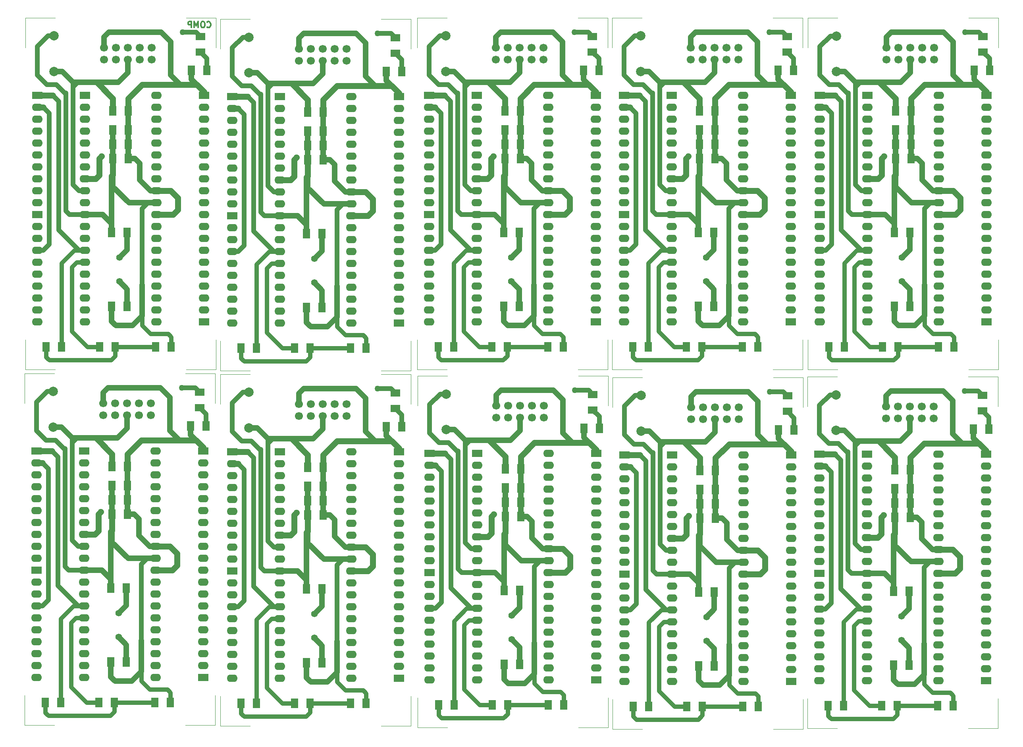
<source format=gtl>
G04 (created by PCBNEW (2013-07-07 BZR 4022)-stable) date 3/29/2015 8:23:08 PM*
%MOIN*%
G04 Gerber Fmt 3.4, Leading zero omitted, Abs format*
%FSLAX34Y34*%
G01*
G70*
G90*
G04 APERTURE LIST*
%ADD10C,0.00590551*%
%ADD11C,0.011811*%
%ADD12C,0.00393701*%
%ADD13C,0.0669291*%
%ADD14R,0.09X0.062*%
%ADD15O,0.09X0.062*%
%ADD16C,0.056*%
%ADD17C,0.0787402*%
%ADD18R,0.06X0.08*%
%ADD19R,0.08X0.06*%
%ADD20C,0.05*%
%ADD21C,0.045*%
%ADD22C,0.05*%
%ADD23C,0.04*%
%ADD24C,0.035*%
G04 APERTURE END LIST*
G54D10*
G54D11*
X57942Y-25754D02*
X57966Y-25778D01*
X58038Y-25802D01*
X58085Y-25802D01*
X58157Y-25778D01*
X58204Y-25730D01*
X58228Y-25683D01*
X58252Y-25588D01*
X58252Y-25516D01*
X58228Y-25421D01*
X58204Y-25373D01*
X58157Y-25326D01*
X58085Y-25302D01*
X58038Y-25302D01*
X57966Y-25326D01*
X57942Y-25350D01*
X57633Y-25302D02*
X57538Y-25302D01*
X57490Y-25326D01*
X57442Y-25373D01*
X57419Y-25469D01*
X57419Y-25635D01*
X57442Y-25730D01*
X57490Y-25778D01*
X57538Y-25802D01*
X57633Y-25802D01*
X57680Y-25778D01*
X57728Y-25730D01*
X57752Y-25635D01*
X57752Y-25469D01*
X57728Y-25373D01*
X57680Y-25326D01*
X57633Y-25302D01*
X57204Y-25802D02*
X57204Y-25302D01*
X57038Y-25659D01*
X56871Y-25302D01*
X56871Y-25802D01*
X56633Y-25802D02*
X56633Y-25302D01*
X56442Y-25302D01*
X56395Y-25326D01*
X56371Y-25350D01*
X56347Y-25397D01*
X56347Y-25469D01*
X56371Y-25516D01*
X56395Y-25540D01*
X56442Y-25564D01*
X56633Y-25564D01*
G54D12*
X75601Y-24995D02*
X75601Y-27495D01*
X75601Y-24995D02*
X78101Y-24995D01*
X91601Y-24995D02*
X91601Y-27495D01*
X91601Y-24995D02*
X89101Y-24995D01*
X75601Y-54495D02*
X78101Y-54495D01*
X75601Y-54495D02*
X75601Y-51995D01*
X91601Y-54495D02*
X89101Y-54495D01*
X91601Y-54495D02*
X91601Y-51995D01*
X91947Y-24989D02*
X91947Y-27489D01*
X91947Y-24989D02*
X94447Y-24989D01*
X107947Y-24989D02*
X107947Y-27489D01*
X107947Y-24989D02*
X105447Y-24989D01*
X91947Y-54489D02*
X94447Y-54489D01*
X91947Y-54489D02*
X91947Y-51989D01*
X107947Y-54489D02*
X105447Y-54489D01*
X107947Y-54489D02*
X107947Y-51989D01*
X91985Y-55141D02*
X91985Y-57641D01*
X91985Y-55141D02*
X94485Y-55141D01*
X107985Y-55141D02*
X107985Y-57641D01*
X107985Y-55141D02*
X105485Y-55141D01*
X91985Y-84641D02*
X94485Y-84641D01*
X91985Y-84641D02*
X91985Y-82141D01*
X107985Y-84641D02*
X105485Y-84641D01*
X107985Y-84641D02*
X107985Y-82141D01*
X75632Y-55035D02*
X75632Y-57535D01*
X75632Y-55035D02*
X78132Y-55035D01*
X91632Y-55035D02*
X91632Y-57535D01*
X91632Y-55035D02*
X89132Y-55035D01*
X75632Y-84535D02*
X78132Y-84535D01*
X75632Y-84535D02*
X75632Y-82035D01*
X91632Y-84535D02*
X89132Y-84535D01*
X91632Y-84535D02*
X91632Y-82035D01*
X42622Y-54822D02*
X42622Y-57322D01*
X42622Y-54822D02*
X45122Y-54822D01*
X58622Y-54822D02*
X58622Y-57322D01*
X58622Y-54822D02*
X56122Y-54822D01*
X42622Y-84322D02*
X45122Y-84322D01*
X42622Y-84322D02*
X42622Y-81822D01*
X58622Y-84322D02*
X56122Y-84322D01*
X58622Y-84322D02*
X58622Y-81822D01*
X59055Y-54895D02*
X59055Y-57395D01*
X59055Y-54895D02*
X61555Y-54895D01*
X75055Y-54895D02*
X75055Y-57395D01*
X75055Y-54895D02*
X72555Y-54895D01*
X59055Y-84395D02*
X61555Y-84395D01*
X59055Y-84395D02*
X59055Y-81895D01*
X75055Y-84395D02*
X72555Y-84395D01*
X75055Y-84395D02*
X75055Y-81895D01*
X42679Y-24995D02*
X42679Y-27495D01*
X42679Y-24995D02*
X45179Y-24995D01*
X58679Y-24995D02*
X58679Y-27495D01*
X58679Y-24995D02*
X56179Y-24995D01*
X42679Y-54495D02*
X45179Y-54495D01*
X42679Y-54495D02*
X42679Y-51995D01*
X58679Y-54495D02*
X56179Y-54495D01*
X58679Y-54495D02*
X58679Y-51995D01*
X59050Y-25100D02*
X59050Y-27600D01*
X59050Y-25100D02*
X61550Y-25100D01*
X75050Y-25100D02*
X75050Y-27600D01*
X75050Y-25100D02*
X72550Y-25100D01*
X59050Y-54600D02*
X61550Y-54600D01*
X59050Y-54600D02*
X59050Y-52100D01*
X75050Y-54600D02*
X72550Y-54600D01*
X75050Y-54600D02*
X75050Y-52100D01*
X108350Y-55100D02*
X108350Y-57600D01*
X108350Y-55100D02*
X110850Y-55100D01*
X124350Y-55100D02*
X124350Y-57600D01*
X124350Y-55100D02*
X121850Y-55100D01*
X108350Y-84600D02*
X110850Y-84600D01*
X108350Y-84600D02*
X108350Y-82100D01*
X124350Y-84600D02*
X121850Y-84600D01*
X124350Y-84600D02*
X124350Y-82100D01*
X108400Y-25000D02*
X108400Y-27500D01*
X108400Y-25000D02*
X110900Y-25000D01*
X124400Y-25000D02*
X124400Y-27500D01*
X124400Y-25000D02*
X121900Y-25000D01*
X108400Y-54500D02*
X110900Y-54500D01*
X108400Y-54500D02*
X108400Y-52000D01*
X124400Y-54500D02*
X121900Y-54500D01*
X124400Y-54500D02*
X124400Y-52000D01*
G54D13*
X82201Y-28495D03*
X82201Y-27495D03*
X83201Y-28495D03*
X83201Y-27495D03*
X84201Y-28495D03*
X84201Y-27495D03*
X85201Y-28495D03*
X85201Y-27495D03*
X86201Y-28495D03*
X86201Y-27495D03*
G54D14*
X76601Y-31495D03*
G54D15*
X76601Y-32495D03*
X76601Y-33495D03*
X76601Y-34495D03*
X76601Y-35495D03*
X76601Y-36495D03*
X76601Y-37495D03*
X76601Y-38495D03*
X76601Y-39495D03*
X76601Y-40495D03*
G54D14*
X90601Y-31495D03*
G54D15*
X90601Y-32495D03*
X90601Y-33495D03*
X90601Y-34495D03*
X90601Y-35495D03*
X90601Y-36495D03*
X90601Y-37495D03*
X90601Y-38495D03*
X90601Y-39495D03*
X90601Y-40495D03*
G54D16*
X83501Y-47095D03*
X83501Y-45095D03*
G54D14*
X80601Y-31495D03*
G54D15*
X80601Y-32495D03*
X80601Y-33495D03*
X80601Y-34495D03*
X80601Y-35495D03*
X80601Y-36495D03*
X80601Y-37495D03*
X80601Y-38495D03*
X80601Y-39495D03*
X80601Y-40495D03*
X80601Y-41495D03*
X80601Y-42495D03*
X80601Y-43495D03*
X80601Y-44495D03*
X80601Y-45495D03*
X80601Y-46495D03*
X80601Y-47495D03*
X80601Y-48495D03*
X80601Y-49495D03*
X80601Y-50495D03*
X86601Y-50495D03*
X86601Y-49495D03*
X86601Y-48495D03*
X86601Y-47495D03*
X86601Y-46495D03*
X86601Y-45495D03*
X86601Y-44495D03*
X86601Y-43495D03*
X86601Y-42495D03*
X86601Y-41495D03*
X86601Y-40495D03*
X86601Y-39495D03*
X86601Y-38495D03*
X86601Y-37495D03*
X86601Y-36495D03*
X86601Y-35495D03*
X86601Y-34495D03*
X86601Y-33495D03*
X86601Y-32495D03*
X86601Y-31495D03*
G54D17*
X77997Y-29495D03*
X78001Y-26499D03*
G54D14*
X76601Y-41495D03*
G54D15*
X76601Y-42495D03*
X76601Y-43495D03*
X76601Y-44495D03*
X76601Y-45495D03*
X76601Y-46495D03*
X76601Y-47495D03*
X76601Y-48495D03*
X76601Y-49495D03*
X76601Y-50495D03*
G54D14*
X90601Y-50495D03*
G54D15*
X90601Y-49495D03*
X90601Y-48495D03*
X90601Y-47495D03*
X90601Y-46495D03*
X90601Y-45495D03*
X90601Y-44495D03*
X90601Y-43495D03*
X90601Y-42495D03*
X90601Y-41495D03*
G54D18*
X82951Y-32795D03*
X84251Y-32795D03*
X82851Y-49195D03*
X84151Y-49195D03*
X84251Y-36795D03*
X82951Y-36795D03*
X84251Y-35595D03*
X82951Y-35595D03*
X82851Y-42995D03*
X84151Y-42995D03*
X84251Y-34395D03*
X82951Y-34395D03*
X89551Y-29395D03*
X90851Y-29395D03*
G54D19*
X90301Y-27845D03*
X90301Y-26545D03*
G54D18*
X78651Y-52595D03*
X77351Y-52595D03*
X81851Y-52595D03*
X83151Y-52595D03*
X86551Y-52595D03*
X87851Y-52595D03*
G54D13*
X98547Y-28489D03*
X98547Y-27489D03*
X99547Y-28489D03*
X99547Y-27489D03*
X100547Y-28489D03*
X100547Y-27489D03*
X101547Y-28489D03*
X101547Y-27489D03*
X102547Y-28489D03*
X102547Y-27489D03*
G54D14*
X92947Y-31489D03*
G54D15*
X92947Y-32489D03*
X92947Y-33489D03*
X92947Y-34489D03*
X92947Y-35489D03*
X92947Y-36489D03*
X92947Y-37489D03*
X92947Y-38489D03*
X92947Y-39489D03*
X92947Y-40489D03*
G54D14*
X106947Y-31489D03*
G54D15*
X106947Y-32489D03*
X106947Y-33489D03*
X106947Y-34489D03*
X106947Y-35489D03*
X106947Y-36489D03*
X106947Y-37489D03*
X106947Y-38489D03*
X106947Y-39489D03*
X106947Y-40489D03*
G54D16*
X99847Y-47089D03*
X99847Y-45089D03*
G54D14*
X96947Y-31489D03*
G54D15*
X96947Y-32489D03*
X96947Y-33489D03*
X96947Y-34489D03*
X96947Y-35489D03*
X96947Y-36489D03*
X96947Y-37489D03*
X96947Y-38489D03*
X96947Y-39489D03*
X96947Y-40489D03*
X96947Y-41489D03*
X96947Y-42489D03*
X96947Y-43489D03*
X96947Y-44489D03*
X96947Y-45489D03*
X96947Y-46489D03*
X96947Y-47489D03*
X96947Y-48489D03*
X96947Y-49489D03*
X96947Y-50489D03*
X102947Y-50489D03*
X102947Y-49489D03*
X102947Y-48489D03*
X102947Y-47489D03*
X102947Y-46489D03*
X102947Y-45489D03*
X102947Y-44489D03*
X102947Y-43489D03*
X102947Y-42489D03*
X102947Y-41489D03*
X102947Y-40489D03*
X102947Y-39489D03*
X102947Y-38489D03*
X102947Y-37489D03*
X102947Y-36489D03*
X102947Y-35489D03*
X102947Y-34489D03*
X102947Y-33489D03*
X102947Y-32489D03*
X102947Y-31489D03*
G54D17*
X94343Y-29489D03*
X94347Y-26493D03*
G54D14*
X92947Y-41489D03*
G54D15*
X92947Y-42489D03*
X92947Y-43489D03*
X92947Y-44489D03*
X92947Y-45489D03*
X92947Y-46489D03*
X92947Y-47489D03*
X92947Y-48489D03*
X92947Y-49489D03*
X92947Y-50489D03*
G54D14*
X106947Y-50489D03*
G54D15*
X106947Y-49489D03*
X106947Y-48489D03*
X106947Y-47489D03*
X106947Y-46489D03*
X106947Y-45489D03*
X106947Y-44489D03*
X106947Y-43489D03*
X106947Y-42489D03*
X106947Y-41489D03*
G54D18*
X99297Y-32789D03*
X100597Y-32789D03*
X99197Y-49189D03*
X100497Y-49189D03*
X100597Y-36789D03*
X99297Y-36789D03*
X100597Y-35589D03*
X99297Y-35589D03*
X99197Y-42989D03*
X100497Y-42989D03*
X100597Y-34389D03*
X99297Y-34389D03*
X105897Y-29389D03*
X107197Y-29389D03*
G54D19*
X106647Y-27839D03*
X106647Y-26539D03*
G54D18*
X94997Y-52589D03*
X93697Y-52589D03*
X98197Y-52589D03*
X99497Y-52589D03*
X102897Y-52589D03*
X104197Y-52589D03*
G54D13*
X98585Y-58641D03*
X98585Y-57641D03*
X99585Y-58641D03*
X99585Y-57641D03*
X100585Y-58641D03*
X100585Y-57641D03*
X101585Y-58641D03*
X101585Y-57641D03*
X102585Y-58641D03*
X102585Y-57641D03*
G54D14*
X92985Y-61641D03*
G54D15*
X92985Y-62641D03*
X92985Y-63641D03*
X92985Y-64641D03*
X92985Y-65641D03*
X92985Y-66641D03*
X92985Y-67641D03*
X92985Y-68641D03*
X92985Y-69641D03*
X92985Y-70641D03*
G54D14*
X106985Y-61641D03*
G54D15*
X106985Y-62641D03*
X106985Y-63641D03*
X106985Y-64641D03*
X106985Y-65641D03*
X106985Y-66641D03*
X106985Y-67641D03*
X106985Y-68641D03*
X106985Y-69641D03*
X106985Y-70641D03*
G54D16*
X99885Y-77241D03*
X99885Y-75241D03*
G54D14*
X96985Y-61641D03*
G54D15*
X96985Y-62641D03*
X96985Y-63641D03*
X96985Y-64641D03*
X96985Y-65641D03*
X96985Y-66641D03*
X96985Y-67641D03*
X96985Y-68641D03*
X96985Y-69641D03*
X96985Y-70641D03*
X96985Y-71641D03*
X96985Y-72641D03*
X96985Y-73641D03*
X96985Y-74641D03*
X96985Y-75641D03*
X96985Y-76641D03*
X96985Y-77641D03*
X96985Y-78641D03*
X96985Y-79641D03*
X96985Y-80641D03*
X102985Y-80641D03*
X102985Y-79641D03*
X102985Y-78641D03*
X102985Y-77641D03*
X102985Y-76641D03*
X102985Y-75641D03*
X102985Y-74641D03*
X102985Y-73641D03*
X102985Y-72641D03*
X102985Y-71641D03*
X102985Y-70641D03*
X102985Y-69641D03*
X102985Y-68641D03*
X102985Y-67641D03*
X102985Y-66641D03*
X102985Y-65641D03*
X102985Y-64641D03*
X102985Y-63641D03*
X102985Y-62641D03*
X102985Y-61641D03*
G54D17*
X94381Y-59641D03*
X94385Y-56645D03*
G54D14*
X92985Y-71641D03*
G54D15*
X92985Y-72641D03*
X92985Y-73641D03*
X92985Y-74641D03*
X92985Y-75641D03*
X92985Y-76641D03*
X92985Y-77641D03*
X92985Y-78641D03*
X92985Y-79641D03*
X92985Y-80641D03*
G54D14*
X106985Y-80641D03*
G54D15*
X106985Y-79641D03*
X106985Y-78641D03*
X106985Y-77641D03*
X106985Y-76641D03*
X106985Y-75641D03*
X106985Y-74641D03*
X106985Y-73641D03*
X106985Y-72641D03*
X106985Y-71641D03*
G54D18*
X99335Y-62941D03*
X100635Y-62941D03*
X99235Y-79341D03*
X100535Y-79341D03*
X100635Y-66941D03*
X99335Y-66941D03*
X100635Y-65741D03*
X99335Y-65741D03*
X99235Y-73141D03*
X100535Y-73141D03*
X100635Y-64541D03*
X99335Y-64541D03*
X105935Y-59541D03*
X107235Y-59541D03*
G54D19*
X106685Y-57991D03*
X106685Y-56691D03*
G54D18*
X95035Y-82741D03*
X93735Y-82741D03*
X98235Y-82741D03*
X99535Y-82741D03*
X102935Y-82741D03*
X104235Y-82741D03*
G54D13*
X82232Y-58535D03*
X82232Y-57535D03*
X83232Y-58535D03*
X83232Y-57535D03*
X84232Y-58535D03*
X84232Y-57535D03*
X85232Y-58535D03*
X85232Y-57535D03*
X86232Y-58535D03*
X86232Y-57535D03*
G54D14*
X76632Y-61535D03*
G54D15*
X76632Y-62535D03*
X76632Y-63535D03*
X76632Y-64535D03*
X76632Y-65535D03*
X76632Y-66535D03*
X76632Y-67535D03*
X76632Y-68535D03*
X76632Y-69535D03*
X76632Y-70535D03*
G54D14*
X90632Y-61535D03*
G54D15*
X90632Y-62535D03*
X90632Y-63535D03*
X90632Y-64535D03*
X90632Y-65535D03*
X90632Y-66535D03*
X90632Y-67535D03*
X90632Y-68535D03*
X90632Y-69535D03*
X90632Y-70535D03*
G54D16*
X83532Y-77135D03*
X83532Y-75135D03*
G54D14*
X80632Y-61535D03*
G54D15*
X80632Y-62535D03*
X80632Y-63535D03*
X80632Y-64535D03*
X80632Y-65535D03*
X80632Y-66535D03*
X80632Y-67535D03*
X80632Y-68535D03*
X80632Y-69535D03*
X80632Y-70535D03*
X80632Y-71535D03*
X80632Y-72535D03*
X80632Y-73535D03*
X80632Y-74535D03*
X80632Y-75535D03*
X80632Y-76535D03*
X80632Y-77535D03*
X80632Y-78535D03*
X80632Y-79535D03*
X80632Y-80535D03*
X86632Y-80535D03*
X86632Y-79535D03*
X86632Y-78535D03*
X86632Y-77535D03*
X86632Y-76535D03*
X86632Y-75535D03*
X86632Y-74535D03*
X86632Y-73535D03*
X86632Y-72535D03*
X86632Y-71535D03*
X86632Y-70535D03*
X86632Y-69535D03*
X86632Y-68535D03*
X86632Y-67535D03*
X86632Y-66535D03*
X86632Y-65535D03*
X86632Y-64535D03*
X86632Y-63535D03*
X86632Y-62535D03*
X86632Y-61535D03*
G54D17*
X78028Y-59535D03*
X78032Y-56539D03*
G54D14*
X76632Y-71535D03*
G54D15*
X76632Y-72535D03*
X76632Y-73535D03*
X76632Y-74535D03*
X76632Y-75535D03*
X76632Y-76535D03*
X76632Y-77535D03*
X76632Y-78535D03*
X76632Y-79535D03*
X76632Y-80535D03*
G54D14*
X90632Y-80535D03*
G54D15*
X90632Y-79535D03*
X90632Y-78535D03*
X90632Y-77535D03*
X90632Y-76535D03*
X90632Y-75535D03*
X90632Y-74535D03*
X90632Y-73535D03*
X90632Y-72535D03*
X90632Y-71535D03*
G54D18*
X82982Y-62835D03*
X84282Y-62835D03*
X82882Y-79235D03*
X84182Y-79235D03*
X84282Y-66835D03*
X82982Y-66835D03*
X84282Y-65635D03*
X82982Y-65635D03*
X82882Y-73035D03*
X84182Y-73035D03*
X84282Y-64435D03*
X82982Y-64435D03*
X89582Y-59435D03*
X90882Y-59435D03*
G54D19*
X90332Y-57885D03*
X90332Y-56585D03*
G54D18*
X78682Y-82635D03*
X77382Y-82635D03*
X81882Y-82635D03*
X83182Y-82635D03*
X86582Y-82635D03*
X87882Y-82635D03*
G54D13*
X49222Y-58322D03*
X49222Y-57322D03*
X50222Y-58322D03*
X50222Y-57322D03*
X51222Y-58322D03*
X51222Y-57322D03*
X52222Y-58322D03*
X52222Y-57322D03*
X53222Y-58322D03*
X53222Y-57322D03*
G54D14*
X43622Y-61322D03*
G54D15*
X43622Y-62322D03*
X43622Y-63322D03*
X43622Y-64322D03*
X43622Y-65322D03*
X43622Y-66322D03*
X43622Y-67322D03*
X43622Y-68322D03*
X43622Y-69322D03*
X43622Y-70322D03*
G54D14*
X57622Y-61322D03*
G54D15*
X57622Y-62322D03*
X57622Y-63322D03*
X57622Y-64322D03*
X57622Y-65322D03*
X57622Y-66322D03*
X57622Y-67322D03*
X57622Y-68322D03*
X57622Y-69322D03*
X57622Y-70322D03*
G54D16*
X50522Y-76922D03*
X50522Y-74922D03*
G54D14*
X47622Y-61322D03*
G54D15*
X47622Y-62322D03*
X47622Y-63322D03*
X47622Y-64322D03*
X47622Y-65322D03*
X47622Y-66322D03*
X47622Y-67322D03*
X47622Y-68322D03*
X47622Y-69322D03*
X47622Y-70322D03*
X47622Y-71322D03*
X47622Y-72322D03*
X47622Y-73322D03*
X47622Y-74322D03*
X47622Y-75322D03*
X47622Y-76322D03*
X47622Y-77322D03*
X47622Y-78322D03*
X47622Y-79322D03*
X47622Y-80322D03*
X53622Y-80322D03*
X53622Y-79322D03*
X53622Y-78322D03*
X53622Y-77322D03*
X53622Y-76322D03*
X53622Y-75322D03*
X53622Y-74322D03*
X53622Y-73322D03*
X53622Y-72322D03*
X53622Y-71322D03*
X53622Y-70322D03*
X53622Y-69322D03*
X53622Y-68322D03*
X53622Y-67322D03*
X53622Y-66322D03*
X53622Y-65322D03*
X53622Y-64322D03*
X53622Y-63322D03*
X53622Y-62322D03*
X53622Y-61322D03*
G54D17*
X45018Y-59322D03*
X45022Y-56326D03*
G54D14*
X43622Y-71322D03*
G54D15*
X43622Y-72322D03*
X43622Y-73322D03*
X43622Y-74322D03*
X43622Y-75322D03*
X43622Y-76322D03*
X43622Y-77322D03*
X43622Y-78322D03*
X43622Y-79322D03*
X43622Y-80322D03*
G54D14*
X57622Y-80322D03*
G54D15*
X57622Y-79322D03*
X57622Y-78322D03*
X57622Y-77322D03*
X57622Y-76322D03*
X57622Y-75322D03*
X57622Y-74322D03*
X57622Y-73322D03*
X57622Y-72322D03*
X57622Y-71322D03*
G54D18*
X49972Y-62622D03*
X51272Y-62622D03*
X49872Y-79022D03*
X51172Y-79022D03*
X51272Y-66622D03*
X49972Y-66622D03*
X51272Y-65422D03*
X49972Y-65422D03*
X49872Y-72822D03*
X51172Y-72822D03*
X51272Y-64222D03*
X49972Y-64222D03*
X56572Y-59222D03*
X57872Y-59222D03*
G54D19*
X57322Y-57672D03*
X57322Y-56372D03*
G54D18*
X45672Y-82422D03*
X44372Y-82422D03*
X48872Y-82422D03*
X50172Y-82422D03*
X53572Y-82422D03*
X54872Y-82422D03*
G54D13*
X65655Y-58395D03*
X65655Y-57395D03*
X66655Y-58395D03*
X66655Y-57395D03*
X67655Y-58395D03*
X67655Y-57395D03*
X68655Y-58395D03*
X68655Y-57395D03*
X69655Y-58395D03*
X69655Y-57395D03*
G54D14*
X60055Y-61395D03*
G54D15*
X60055Y-62395D03*
X60055Y-63395D03*
X60055Y-64395D03*
X60055Y-65395D03*
X60055Y-66395D03*
X60055Y-67395D03*
X60055Y-68395D03*
X60055Y-69395D03*
X60055Y-70395D03*
G54D14*
X74055Y-61395D03*
G54D15*
X74055Y-62395D03*
X74055Y-63395D03*
X74055Y-64395D03*
X74055Y-65395D03*
X74055Y-66395D03*
X74055Y-67395D03*
X74055Y-68395D03*
X74055Y-69395D03*
X74055Y-70395D03*
G54D16*
X66955Y-76995D03*
X66955Y-74995D03*
G54D14*
X64055Y-61395D03*
G54D15*
X64055Y-62395D03*
X64055Y-63395D03*
X64055Y-64395D03*
X64055Y-65395D03*
X64055Y-66395D03*
X64055Y-67395D03*
X64055Y-68395D03*
X64055Y-69395D03*
X64055Y-70395D03*
X64055Y-71395D03*
X64055Y-72395D03*
X64055Y-73395D03*
X64055Y-74395D03*
X64055Y-75395D03*
X64055Y-76395D03*
X64055Y-77395D03*
X64055Y-78395D03*
X64055Y-79395D03*
X64055Y-80395D03*
X70055Y-80395D03*
X70055Y-79395D03*
X70055Y-78395D03*
X70055Y-77395D03*
X70055Y-76395D03*
X70055Y-75395D03*
X70055Y-74395D03*
X70055Y-73395D03*
X70055Y-72395D03*
X70055Y-71395D03*
X70055Y-70395D03*
X70055Y-69395D03*
X70055Y-68395D03*
X70055Y-67395D03*
X70055Y-66395D03*
X70055Y-65395D03*
X70055Y-64395D03*
X70055Y-63395D03*
X70055Y-62395D03*
X70055Y-61395D03*
G54D17*
X61451Y-59395D03*
X61455Y-56399D03*
G54D14*
X60055Y-71395D03*
G54D15*
X60055Y-72395D03*
X60055Y-73395D03*
X60055Y-74395D03*
X60055Y-75395D03*
X60055Y-76395D03*
X60055Y-77395D03*
X60055Y-78395D03*
X60055Y-79395D03*
X60055Y-80395D03*
G54D14*
X74055Y-80395D03*
G54D15*
X74055Y-79395D03*
X74055Y-78395D03*
X74055Y-77395D03*
X74055Y-76395D03*
X74055Y-75395D03*
X74055Y-74395D03*
X74055Y-73395D03*
X74055Y-72395D03*
X74055Y-71395D03*
G54D18*
X66405Y-62695D03*
X67705Y-62695D03*
X66305Y-79095D03*
X67605Y-79095D03*
X67705Y-66695D03*
X66405Y-66695D03*
X67705Y-65495D03*
X66405Y-65495D03*
X66305Y-72895D03*
X67605Y-72895D03*
X67705Y-64295D03*
X66405Y-64295D03*
X73005Y-59295D03*
X74305Y-59295D03*
G54D19*
X73755Y-57745D03*
X73755Y-56445D03*
G54D18*
X62105Y-82495D03*
X60805Y-82495D03*
X65305Y-82495D03*
X66605Y-82495D03*
X70005Y-82495D03*
X71305Y-82495D03*
G54D13*
X49279Y-28495D03*
X49279Y-27495D03*
X50279Y-28495D03*
X50279Y-27495D03*
X51279Y-28495D03*
X51279Y-27495D03*
X52279Y-28495D03*
X52279Y-27495D03*
X53279Y-28495D03*
X53279Y-27495D03*
G54D14*
X43679Y-31495D03*
G54D15*
X43679Y-32495D03*
X43679Y-33495D03*
X43679Y-34495D03*
X43679Y-35495D03*
X43679Y-36495D03*
X43679Y-37495D03*
X43679Y-38495D03*
X43679Y-39495D03*
X43679Y-40495D03*
G54D14*
X57679Y-31495D03*
G54D15*
X57679Y-32495D03*
X57679Y-33495D03*
X57679Y-34495D03*
X57679Y-35495D03*
X57679Y-36495D03*
X57679Y-37495D03*
X57679Y-38495D03*
X57679Y-39495D03*
X57679Y-40495D03*
G54D16*
X50579Y-47095D03*
X50579Y-45095D03*
G54D14*
X47679Y-31495D03*
G54D15*
X47679Y-32495D03*
X47679Y-33495D03*
X47679Y-34495D03*
X47679Y-35495D03*
X47679Y-36495D03*
X47679Y-37495D03*
X47679Y-38495D03*
X47679Y-39495D03*
X47679Y-40495D03*
X47679Y-41495D03*
X47679Y-42495D03*
X47679Y-43495D03*
X47679Y-44495D03*
X47679Y-45495D03*
X47679Y-46495D03*
X47679Y-47495D03*
X47679Y-48495D03*
X47679Y-49495D03*
X47679Y-50495D03*
X53679Y-50495D03*
X53679Y-49495D03*
X53679Y-48495D03*
X53679Y-47495D03*
X53679Y-46495D03*
X53679Y-45495D03*
X53679Y-44495D03*
X53679Y-43495D03*
X53679Y-42495D03*
X53679Y-41495D03*
X53679Y-40495D03*
X53679Y-39495D03*
X53679Y-38495D03*
X53679Y-37495D03*
X53679Y-36495D03*
X53679Y-35495D03*
X53679Y-34495D03*
X53679Y-33495D03*
X53679Y-32495D03*
X53679Y-31495D03*
G54D17*
X45075Y-29495D03*
X45079Y-26499D03*
G54D14*
X43679Y-41495D03*
G54D15*
X43679Y-42495D03*
X43679Y-43495D03*
X43679Y-44495D03*
X43679Y-45495D03*
X43679Y-46495D03*
X43679Y-47495D03*
X43679Y-48495D03*
X43679Y-49495D03*
X43679Y-50495D03*
G54D14*
X57679Y-50495D03*
G54D15*
X57679Y-49495D03*
X57679Y-48495D03*
X57679Y-47495D03*
X57679Y-46495D03*
X57679Y-45495D03*
X57679Y-44495D03*
X57679Y-43495D03*
X57679Y-42495D03*
X57679Y-41495D03*
G54D18*
X50029Y-32795D03*
X51329Y-32795D03*
X49929Y-49195D03*
X51229Y-49195D03*
X51329Y-36795D03*
X50029Y-36795D03*
X51329Y-35595D03*
X50029Y-35595D03*
X49929Y-42995D03*
X51229Y-42995D03*
X51329Y-34395D03*
X50029Y-34395D03*
X56629Y-29395D03*
X57929Y-29395D03*
G54D19*
X57379Y-27845D03*
X57379Y-26545D03*
G54D18*
X45729Y-52595D03*
X44429Y-52595D03*
X48929Y-52595D03*
X50229Y-52595D03*
X53629Y-52595D03*
X54929Y-52595D03*
G54D13*
X65650Y-28600D03*
X65650Y-27600D03*
X66650Y-28600D03*
X66650Y-27600D03*
X67650Y-28600D03*
X67650Y-27600D03*
X68650Y-28600D03*
X68650Y-27600D03*
X69650Y-28600D03*
X69650Y-27600D03*
G54D14*
X60050Y-31600D03*
G54D15*
X60050Y-32600D03*
X60050Y-33600D03*
X60050Y-34600D03*
X60050Y-35600D03*
X60050Y-36600D03*
X60050Y-37600D03*
X60050Y-38600D03*
X60050Y-39600D03*
X60050Y-40600D03*
G54D14*
X74050Y-31600D03*
G54D15*
X74050Y-32600D03*
X74050Y-33600D03*
X74050Y-34600D03*
X74050Y-35600D03*
X74050Y-36600D03*
X74050Y-37600D03*
X74050Y-38600D03*
X74050Y-39600D03*
X74050Y-40600D03*
G54D16*
X66950Y-47200D03*
X66950Y-45200D03*
G54D14*
X64050Y-31600D03*
G54D15*
X64050Y-32600D03*
X64050Y-33600D03*
X64050Y-34600D03*
X64050Y-35600D03*
X64050Y-36600D03*
X64050Y-37600D03*
X64050Y-38600D03*
X64050Y-39600D03*
X64050Y-40600D03*
X64050Y-41600D03*
X64050Y-42600D03*
X64050Y-43600D03*
X64050Y-44600D03*
X64050Y-45600D03*
X64050Y-46600D03*
X64050Y-47600D03*
X64050Y-48600D03*
X64050Y-49600D03*
X64050Y-50600D03*
X70050Y-50600D03*
X70050Y-49600D03*
X70050Y-48600D03*
X70050Y-47600D03*
X70050Y-46600D03*
X70050Y-45600D03*
X70050Y-44600D03*
X70050Y-43600D03*
X70050Y-42600D03*
X70050Y-41600D03*
X70050Y-40600D03*
X70050Y-39600D03*
X70050Y-38600D03*
X70050Y-37600D03*
X70050Y-36600D03*
X70050Y-35600D03*
X70050Y-34600D03*
X70050Y-33600D03*
X70050Y-32600D03*
X70050Y-31600D03*
G54D17*
X61446Y-29600D03*
X61450Y-26604D03*
G54D14*
X60050Y-41600D03*
G54D15*
X60050Y-42600D03*
X60050Y-43600D03*
X60050Y-44600D03*
X60050Y-45600D03*
X60050Y-46600D03*
X60050Y-47600D03*
X60050Y-48600D03*
X60050Y-49600D03*
X60050Y-50600D03*
G54D14*
X74050Y-50600D03*
G54D15*
X74050Y-49600D03*
X74050Y-48600D03*
X74050Y-47600D03*
X74050Y-46600D03*
X74050Y-45600D03*
X74050Y-44600D03*
X74050Y-43600D03*
X74050Y-42600D03*
X74050Y-41600D03*
G54D18*
X66400Y-32900D03*
X67700Y-32900D03*
X66300Y-49300D03*
X67600Y-49300D03*
X67700Y-36900D03*
X66400Y-36900D03*
X67700Y-35700D03*
X66400Y-35700D03*
X66300Y-43100D03*
X67600Y-43100D03*
X67700Y-34500D03*
X66400Y-34500D03*
X73000Y-29500D03*
X74300Y-29500D03*
G54D19*
X73750Y-27950D03*
X73750Y-26650D03*
G54D18*
X62100Y-52700D03*
X60800Y-52700D03*
X65300Y-52700D03*
X66600Y-52700D03*
X70000Y-52700D03*
X71300Y-52700D03*
G54D13*
X114950Y-58600D03*
X114950Y-57600D03*
X115950Y-58600D03*
X115950Y-57600D03*
X116950Y-58600D03*
X116950Y-57600D03*
X117950Y-58600D03*
X117950Y-57600D03*
X118950Y-58600D03*
X118950Y-57600D03*
G54D14*
X109350Y-61600D03*
G54D15*
X109350Y-62600D03*
X109350Y-63600D03*
X109350Y-64600D03*
X109350Y-65600D03*
X109350Y-66600D03*
X109350Y-67600D03*
X109350Y-68600D03*
X109350Y-69600D03*
X109350Y-70600D03*
G54D14*
X123350Y-61600D03*
G54D15*
X123350Y-62600D03*
X123350Y-63600D03*
X123350Y-64600D03*
X123350Y-65600D03*
X123350Y-66600D03*
X123350Y-67600D03*
X123350Y-68600D03*
X123350Y-69600D03*
X123350Y-70600D03*
G54D16*
X116250Y-77200D03*
X116250Y-75200D03*
G54D14*
X113350Y-61600D03*
G54D15*
X113350Y-62600D03*
X113350Y-63600D03*
X113350Y-64600D03*
X113350Y-65600D03*
X113350Y-66600D03*
X113350Y-67600D03*
X113350Y-68600D03*
X113350Y-69600D03*
X113350Y-70600D03*
X113350Y-71600D03*
X113350Y-72600D03*
X113350Y-73600D03*
X113350Y-74600D03*
X113350Y-75600D03*
X113350Y-76600D03*
X113350Y-77600D03*
X113350Y-78600D03*
X113350Y-79600D03*
X113350Y-80600D03*
X119350Y-80600D03*
X119350Y-79600D03*
X119350Y-78600D03*
X119350Y-77600D03*
X119350Y-76600D03*
X119350Y-75600D03*
X119350Y-74600D03*
X119350Y-73600D03*
X119350Y-72600D03*
X119350Y-71600D03*
X119350Y-70600D03*
X119350Y-69600D03*
X119350Y-68600D03*
X119350Y-67600D03*
X119350Y-66600D03*
X119350Y-65600D03*
X119350Y-64600D03*
X119350Y-63600D03*
X119350Y-62600D03*
X119350Y-61600D03*
G54D17*
X110746Y-59600D03*
X110750Y-56604D03*
G54D14*
X109350Y-71600D03*
G54D15*
X109350Y-72600D03*
X109350Y-73600D03*
X109350Y-74600D03*
X109350Y-75600D03*
X109350Y-76600D03*
X109350Y-77600D03*
X109350Y-78600D03*
X109350Y-79600D03*
X109350Y-80600D03*
G54D14*
X123350Y-80600D03*
G54D15*
X123350Y-79600D03*
X123350Y-78600D03*
X123350Y-77600D03*
X123350Y-76600D03*
X123350Y-75600D03*
X123350Y-74600D03*
X123350Y-73600D03*
X123350Y-72600D03*
X123350Y-71600D03*
G54D18*
X115700Y-62900D03*
X117000Y-62900D03*
X115600Y-79300D03*
X116900Y-79300D03*
X117000Y-66900D03*
X115700Y-66900D03*
X117000Y-65700D03*
X115700Y-65700D03*
X115600Y-73100D03*
X116900Y-73100D03*
X117000Y-64500D03*
X115700Y-64500D03*
X122300Y-59500D03*
X123600Y-59500D03*
G54D19*
X123050Y-57950D03*
X123050Y-56650D03*
G54D18*
X111400Y-82700D03*
X110100Y-82700D03*
X114600Y-82700D03*
X115900Y-82700D03*
X119300Y-82700D03*
X120600Y-82700D03*
G54D13*
X115000Y-28500D03*
X115000Y-27500D03*
X116000Y-28500D03*
X116000Y-27500D03*
X117000Y-28500D03*
X117000Y-27500D03*
X118000Y-28500D03*
X118000Y-27500D03*
X119000Y-28500D03*
X119000Y-27500D03*
G54D14*
X109400Y-31500D03*
G54D15*
X109400Y-32500D03*
X109400Y-33500D03*
X109400Y-34500D03*
X109400Y-35500D03*
X109400Y-36500D03*
X109400Y-37500D03*
X109400Y-38500D03*
X109400Y-39500D03*
X109400Y-40500D03*
G54D14*
X123400Y-31500D03*
G54D15*
X123400Y-32500D03*
X123400Y-33500D03*
X123400Y-34500D03*
X123400Y-35500D03*
X123400Y-36500D03*
X123400Y-37500D03*
X123400Y-38500D03*
X123400Y-39500D03*
X123400Y-40500D03*
G54D16*
X116300Y-47100D03*
X116300Y-45100D03*
G54D14*
X113400Y-31500D03*
G54D15*
X113400Y-32500D03*
X113400Y-33500D03*
X113400Y-34500D03*
X113400Y-35500D03*
X113400Y-36500D03*
X113400Y-37500D03*
X113400Y-38500D03*
X113400Y-39500D03*
X113400Y-40500D03*
X113400Y-41500D03*
X113400Y-42500D03*
X113400Y-43500D03*
X113400Y-44500D03*
X113400Y-45500D03*
X113400Y-46500D03*
X113400Y-47500D03*
X113400Y-48500D03*
X113400Y-49500D03*
X113400Y-50500D03*
X119400Y-50500D03*
X119400Y-49500D03*
X119400Y-48500D03*
X119400Y-47500D03*
X119400Y-46500D03*
X119400Y-45500D03*
X119400Y-44500D03*
X119400Y-43500D03*
X119400Y-42500D03*
X119400Y-41500D03*
X119400Y-40500D03*
X119400Y-39500D03*
X119400Y-38500D03*
X119400Y-37500D03*
X119400Y-36500D03*
X119400Y-35500D03*
X119400Y-34500D03*
X119400Y-33500D03*
X119400Y-32500D03*
X119400Y-31500D03*
G54D17*
X110796Y-29500D03*
X110800Y-26504D03*
G54D14*
X109400Y-41500D03*
G54D15*
X109400Y-42500D03*
X109400Y-43500D03*
X109400Y-44500D03*
X109400Y-45500D03*
X109400Y-46500D03*
X109400Y-47500D03*
X109400Y-48500D03*
X109400Y-49500D03*
X109400Y-50500D03*
G54D14*
X123400Y-50500D03*
G54D15*
X123400Y-49500D03*
X123400Y-48500D03*
X123400Y-47500D03*
X123400Y-46500D03*
X123400Y-45500D03*
X123400Y-44500D03*
X123400Y-43500D03*
X123400Y-42500D03*
X123400Y-41500D03*
G54D18*
X115750Y-32800D03*
X117050Y-32800D03*
X115650Y-49200D03*
X116950Y-49200D03*
X117050Y-36800D03*
X115750Y-36800D03*
X117050Y-35600D03*
X115750Y-35600D03*
X115650Y-43000D03*
X116950Y-43000D03*
X117050Y-34400D03*
X115750Y-34400D03*
X122350Y-29400D03*
X123650Y-29400D03*
G54D19*
X123100Y-27850D03*
X123100Y-26550D03*
G54D18*
X111450Y-52600D03*
X110150Y-52600D03*
X114650Y-52600D03*
X115950Y-52600D03*
X119350Y-52600D03*
X120650Y-52600D03*
G54D20*
X82001Y-36595D03*
X98347Y-36589D03*
X98385Y-66741D03*
X82032Y-66635D03*
X49022Y-66422D03*
X65455Y-66495D03*
X49079Y-36595D03*
X65450Y-36700D03*
X114750Y-66700D03*
X114800Y-36600D03*
X88801Y-26195D03*
X105147Y-26189D03*
X105185Y-56341D03*
X88832Y-56235D03*
X55822Y-56022D03*
X72255Y-56095D03*
X55879Y-26195D03*
X72250Y-26300D03*
X121550Y-56300D03*
X121600Y-26200D03*
G54D21*
X82201Y-27495D02*
X82201Y-26595D01*
X87001Y-26195D02*
X87801Y-26995D01*
X87801Y-26995D02*
X87801Y-29795D01*
X87801Y-29795D02*
X88601Y-30595D01*
X82601Y-26195D02*
X87001Y-26195D01*
X82201Y-26595D02*
X82601Y-26195D01*
X89551Y-29395D02*
X89551Y-30145D01*
X89551Y-30145D02*
X90001Y-30595D01*
G54D22*
X86601Y-39495D02*
X87801Y-39495D01*
X88001Y-41495D02*
X86601Y-41495D01*
X88401Y-41095D02*
X88001Y-41495D01*
X88401Y-40095D02*
X88401Y-41095D01*
X87801Y-39495D02*
X88401Y-40095D01*
X84251Y-32795D02*
X84251Y-31745D01*
X85401Y-30595D02*
X88601Y-30595D01*
X84251Y-31745D02*
X85401Y-30595D01*
G54D21*
X84251Y-34395D02*
X84251Y-32795D01*
X84251Y-35595D02*
X84251Y-34395D01*
X84251Y-36795D02*
X84251Y-35595D01*
X86601Y-39495D02*
X86101Y-39495D01*
X86101Y-39495D02*
X85201Y-38595D01*
X84801Y-36795D02*
X84251Y-36795D01*
X85201Y-37195D02*
X84801Y-36795D01*
X85201Y-38595D02*
X85201Y-37195D01*
G54D22*
X88601Y-30595D02*
X90001Y-30595D01*
G54D23*
X90601Y-31195D02*
X90601Y-31495D01*
G54D22*
X90001Y-30595D02*
X90601Y-31195D01*
G54D21*
X98547Y-27489D02*
X98547Y-26589D01*
X103347Y-26189D02*
X104147Y-26989D01*
X104147Y-26989D02*
X104147Y-29789D01*
X104147Y-29789D02*
X104947Y-30589D01*
X98947Y-26189D02*
X103347Y-26189D01*
X98547Y-26589D02*
X98947Y-26189D01*
X105897Y-29389D02*
X105897Y-30139D01*
X105897Y-30139D02*
X106347Y-30589D01*
G54D22*
X102947Y-39489D02*
X104147Y-39489D01*
X104347Y-41489D02*
X102947Y-41489D01*
X104747Y-41089D02*
X104347Y-41489D01*
X104747Y-40089D02*
X104747Y-41089D01*
X104147Y-39489D02*
X104747Y-40089D01*
X100597Y-32789D02*
X100597Y-31739D01*
X101747Y-30589D02*
X104947Y-30589D01*
X100597Y-31739D02*
X101747Y-30589D01*
G54D21*
X100597Y-34389D02*
X100597Y-32789D01*
X100597Y-35589D02*
X100597Y-34389D01*
X100597Y-36789D02*
X100597Y-35589D01*
X102947Y-39489D02*
X102447Y-39489D01*
X102447Y-39489D02*
X101547Y-38589D01*
X101147Y-36789D02*
X100597Y-36789D01*
X101547Y-37189D02*
X101147Y-36789D01*
X101547Y-38589D02*
X101547Y-37189D01*
G54D22*
X104947Y-30589D02*
X106347Y-30589D01*
G54D23*
X106947Y-31189D02*
X106947Y-31489D01*
G54D22*
X106347Y-30589D02*
X106947Y-31189D01*
G54D21*
X98585Y-57641D02*
X98585Y-56741D01*
X103385Y-56341D02*
X104185Y-57141D01*
X104185Y-57141D02*
X104185Y-59941D01*
X104185Y-59941D02*
X104985Y-60741D01*
X98985Y-56341D02*
X103385Y-56341D01*
X98585Y-56741D02*
X98985Y-56341D01*
X105935Y-59541D02*
X105935Y-60291D01*
X105935Y-60291D02*
X106385Y-60741D01*
G54D22*
X102985Y-69641D02*
X104185Y-69641D01*
X104385Y-71641D02*
X102985Y-71641D01*
X104785Y-71241D02*
X104385Y-71641D01*
X104785Y-70241D02*
X104785Y-71241D01*
X104185Y-69641D02*
X104785Y-70241D01*
X100635Y-62941D02*
X100635Y-61891D01*
X101785Y-60741D02*
X104985Y-60741D01*
X100635Y-61891D02*
X101785Y-60741D01*
G54D21*
X100635Y-64541D02*
X100635Y-62941D01*
X100635Y-65741D02*
X100635Y-64541D01*
X100635Y-66941D02*
X100635Y-65741D01*
X102985Y-69641D02*
X102485Y-69641D01*
X102485Y-69641D02*
X101585Y-68741D01*
X101185Y-66941D02*
X100635Y-66941D01*
X101585Y-67341D02*
X101185Y-66941D01*
X101585Y-68741D02*
X101585Y-67341D01*
G54D22*
X104985Y-60741D02*
X106385Y-60741D01*
G54D23*
X106985Y-61341D02*
X106985Y-61641D01*
G54D22*
X106385Y-60741D02*
X106985Y-61341D01*
G54D21*
X82232Y-57535D02*
X82232Y-56635D01*
X87032Y-56235D02*
X87832Y-57035D01*
X87832Y-57035D02*
X87832Y-59835D01*
X87832Y-59835D02*
X88632Y-60635D01*
X82632Y-56235D02*
X87032Y-56235D01*
X82232Y-56635D02*
X82632Y-56235D01*
X89582Y-59435D02*
X89582Y-60185D01*
X89582Y-60185D02*
X90032Y-60635D01*
G54D22*
X86632Y-69535D02*
X87832Y-69535D01*
X88032Y-71535D02*
X86632Y-71535D01*
X88432Y-71135D02*
X88032Y-71535D01*
X88432Y-70135D02*
X88432Y-71135D01*
X87832Y-69535D02*
X88432Y-70135D01*
X84282Y-62835D02*
X84282Y-61785D01*
X85432Y-60635D02*
X88632Y-60635D01*
X84282Y-61785D02*
X85432Y-60635D01*
G54D21*
X84282Y-64435D02*
X84282Y-62835D01*
X84282Y-65635D02*
X84282Y-64435D01*
X84282Y-66835D02*
X84282Y-65635D01*
X86632Y-69535D02*
X86132Y-69535D01*
X86132Y-69535D02*
X85232Y-68635D01*
X84832Y-66835D02*
X84282Y-66835D01*
X85232Y-67235D02*
X84832Y-66835D01*
X85232Y-68635D02*
X85232Y-67235D01*
G54D22*
X88632Y-60635D02*
X90032Y-60635D01*
G54D23*
X90632Y-61235D02*
X90632Y-61535D01*
G54D22*
X90032Y-60635D02*
X90632Y-61235D01*
G54D21*
X49222Y-57322D02*
X49222Y-56422D01*
X54022Y-56022D02*
X54822Y-56822D01*
X54822Y-56822D02*
X54822Y-59622D01*
X54822Y-59622D02*
X55622Y-60422D01*
X49622Y-56022D02*
X54022Y-56022D01*
X49222Y-56422D02*
X49622Y-56022D01*
X56572Y-59222D02*
X56572Y-59972D01*
X56572Y-59972D02*
X57022Y-60422D01*
G54D22*
X53622Y-69322D02*
X54822Y-69322D01*
X55022Y-71322D02*
X53622Y-71322D01*
X55422Y-70922D02*
X55022Y-71322D01*
X55422Y-69922D02*
X55422Y-70922D01*
X54822Y-69322D02*
X55422Y-69922D01*
X51272Y-62622D02*
X51272Y-61572D01*
X52422Y-60422D02*
X55622Y-60422D01*
X51272Y-61572D02*
X52422Y-60422D01*
G54D21*
X51272Y-64222D02*
X51272Y-62622D01*
X51272Y-65422D02*
X51272Y-64222D01*
X51272Y-66622D02*
X51272Y-65422D01*
X53622Y-69322D02*
X53122Y-69322D01*
X53122Y-69322D02*
X52222Y-68422D01*
X51822Y-66622D02*
X51272Y-66622D01*
X52222Y-67022D02*
X51822Y-66622D01*
X52222Y-68422D02*
X52222Y-67022D01*
G54D22*
X55622Y-60422D02*
X57022Y-60422D01*
G54D23*
X57622Y-61022D02*
X57622Y-61322D01*
G54D22*
X57022Y-60422D02*
X57622Y-61022D01*
G54D21*
X65655Y-57395D02*
X65655Y-56495D01*
X70455Y-56095D02*
X71255Y-56895D01*
X71255Y-56895D02*
X71255Y-59695D01*
X71255Y-59695D02*
X72055Y-60495D01*
X66055Y-56095D02*
X70455Y-56095D01*
X65655Y-56495D02*
X66055Y-56095D01*
X73005Y-59295D02*
X73005Y-60045D01*
X73005Y-60045D02*
X73455Y-60495D01*
G54D22*
X70055Y-69395D02*
X71255Y-69395D01*
X71455Y-71395D02*
X70055Y-71395D01*
X71855Y-70995D02*
X71455Y-71395D01*
X71855Y-69995D02*
X71855Y-70995D01*
X71255Y-69395D02*
X71855Y-69995D01*
X67705Y-62695D02*
X67705Y-61645D01*
X68855Y-60495D02*
X72055Y-60495D01*
X67705Y-61645D02*
X68855Y-60495D01*
G54D21*
X67705Y-64295D02*
X67705Y-62695D01*
X67705Y-65495D02*
X67705Y-64295D01*
X67705Y-66695D02*
X67705Y-65495D01*
X70055Y-69395D02*
X69555Y-69395D01*
X69555Y-69395D02*
X68655Y-68495D01*
X68255Y-66695D02*
X67705Y-66695D01*
X68655Y-67095D02*
X68255Y-66695D01*
X68655Y-68495D02*
X68655Y-67095D01*
G54D22*
X72055Y-60495D02*
X73455Y-60495D01*
G54D23*
X74055Y-61095D02*
X74055Y-61395D01*
G54D22*
X73455Y-60495D02*
X74055Y-61095D01*
G54D21*
X49279Y-27495D02*
X49279Y-26595D01*
X54079Y-26195D02*
X54879Y-26995D01*
X54879Y-26995D02*
X54879Y-29795D01*
X54879Y-29795D02*
X55679Y-30595D01*
X49679Y-26195D02*
X54079Y-26195D01*
X49279Y-26595D02*
X49679Y-26195D01*
X56629Y-29395D02*
X56629Y-30145D01*
X56629Y-30145D02*
X57079Y-30595D01*
G54D22*
X53679Y-39495D02*
X54879Y-39495D01*
X55079Y-41495D02*
X53679Y-41495D01*
X55479Y-41095D02*
X55079Y-41495D01*
X55479Y-40095D02*
X55479Y-41095D01*
X54879Y-39495D02*
X55479Y-40095D01*
X51329Y-32795D02*
X51329Y-31745D01*
X52479Y-30595D02*
X55679Y-30595D01*
X51329Y-31745D02*
X52479Y-30595D01*
G54D21*
X51329Y-34395D02*
X51329Y-32795D01*
X51329Y-35595D02*
X51329Y-34395D01*
X51329Y-36795D02*
X51329Y-35595D01*
X53679Y-39495D02*
X53179Y-39495D01*
X53179Y-39495D02*
X52279Y-38595D01*
X51879Y-36795D02*
X51329Y-36795D01*
X52279Y-37195D02*
X51879Y-36795D01*
X52279Y-38595D02*
X52279Y-37195D01*
G54D22*
X55679Y-30595D02*
X57079Y-30595D01*
G54D23*
X57679Y-31195D02*
X57679Y-31495D01*
G54D22*
X57079Y-30595D02*
X57679Y-31195D01*
G54D21*
X65650Y-27600D02*
X65650Y-26700D01*
X70450Y-26300D02*
X71250Y-27100D01*
X71250Y-27100D02*
X71250Y-29900D01*
X71250Y-29900D02*
X72050Y-30700D01*
X66050Y-26300D02*
X70450Y-26300D01*
X65650Y-26700D02*
X66050Y-26300D01*
X73000Y-29500D02*
X73000Y-30250D01*
X73000Y-30250D02*
X73450Y-30700D01*
G54D22*
X70050Y-39600D02*
X71250Y-39600D01*
X71450Y-41600D02*
X70050Y-41600D01*
X71850Y-41200D02*
X71450Y-41600D01*
X71850Y-40200D02*
X71850Y-41200D01*
X71250Y-39600D02*
X71850Y-40200D01*
X67700Y-32900D02*
X67700Y-31850D01*
X68850Y-30700D02*
X72050Y-30700D01*
X67700Y-31850D02*
X68850Y-30700D01*
G54D21*
X67700Y-34500D02*
X67700Y-32900D01*
X67700Y-35700D02*
X67700Y-34500D01*
X67700Y-36900D02*
X67700Y-35700D01*
X70050Y-39600D02*
X69550Y-39600D01*
X69550Y-39600D02*
X68650Y-38700D01*
X68250Y-36900D02*
X67700Y-36900D01*
X68650Y-37300D02*
X68250Y-36900D01*
X68650Y-38700D02*
X68650Y-37300D01*
G54D22*
X72050Y-30700D02*
X73450Y-30700D01*
G54D23*
X74050Y-31300D02*
X74050Y-31600D01*
G54D22*
X73450Y-30700D02*
X74050Y-31300D01*
G54D21*
X114950Y-57600D02*
X114950Y-56700D01*
X119750Y-56300D02*
X120550Y-57100D01*
X120550Y-57100D02*
X120550Y-59900D01*
X120550Y-59900D02*
X121350Y-60700D01*
X115350Y-56300D02*
X119750Y-56300D01*
X114950Y-56700D02*
X115350Y-56300D01*
X122300Y-59500D02*
X122300Y-60250D01*
X122300Y-60250D02*
X122750Y-60700D01*
G54D22*
X119350Y-69600D02*
X120550Y-69600D01*
X120750Y-71600D02*
X119350Y-71600D01*
X121150Y-71200D02*
X120750Y-71600D01*
X121150Y-70200D02*
X121150Y-71200D01*
X120550Y-69600D02*
X121150Y-70200D01*
X117000Y-62900D02*
X117000Y-61850D01*
X118150Y-60700D02*
X121350Y-60700D01*
X117000Y-61850D02*
X118150Y-60700D01*
G54D21*
X117000Y-64500D02*
X117000Y-62900D01*
X117000Y-65700D02*
X117000Y-64500D01*
X117000Y-66900D02*
X117000Y-65700D01*
X119350Y-69600D02*
X118850Y-69600D01*
X118850Y-69600D02*
X117950Y-68700D01*
X117550Y-66900D02*
X117000Y-66900D01*
X117950Y-67300D02*
X117550Y-66900D01*
X117950Y-68700D02*
X117950Y-67300D01*
G54D22*
X121350Y-60700D02*
X122750Y-60700D01*
G54D23*
X123350Y-61300D02*
X123350Y-61600D01*
G54D22*
X122750Y-60700D02*
X123350Y-61300D01*
G54D21*
X115000Y-27500D02*
X115000Y-26600D01*
X119800Y-26200D02*
X120600Y-27000D01*
X120600Y-27000D02*
X120600Y-29800D01*
X120600Y-29800D02*
X121400Y-30600D01*
X115400Y-26200D02*
X119800Y-26200D01*
X115000Y-26600D02*
X115400Y-26200D01*
X122350Y-29400D02*
X122350Y-30150D01*
X122350Y-30150D02*
X122800Y-30600D01*
G54D22*
X119400Y-39500D02*
X120600Y-39500D01*
X120800Y-41500D02*
X119400Y-41500D01*
X121200Y-41100D02*
X120800Y-41500D01*
X121200Y-40100D02*
X121200Y-41100D01*
X120600Y-39500D02*
X121200Y-40100D01*
X117050Y-32800D02*
X117050Y-31750D01*
X118200Y-30600D02*
X121400Y-30600D01*
X117050Y-31750D02*
X118200Y-30600D01*
G54D21*
X117050Y-34400D02*
X117050Y-32800D01*
X117050Y-35600D02*
X117050Y-34400D01*
X117050Y-36800D02*
X117050Y-35600D01*
X119400Y-39500D02*
X118900Y-39500D01*
X118900Y-39500D02*
X118000Y-38600D01*
X117600Y-36800D02*
X117050Y-36800D01*
X118000Y-37200D02*
X117600Y-36800D01*
X118000Y-38600D02*
X118000Y-37200D01*
G54D22*
X121400Y-30600D02*
X122800Y-30600D01*
G54D23*
X123400Y-31200D02*
X123400Y-31500D01*
G54D22*
X122800Y-30600D02*
X123400Y-31200D01*
G54D24*
X80601Y-44495D02*
X79701Y-44495D01*
X78651Y-45545D02*
X78651Y-52595D01*
X79701Y-44495D02*
X78651Y-45545D01*
G54D23*
X80101Y-44495D02*
X80601Y-44495D01*
X78401Y-42795D02*
X80101Y-44495D01*
X78401Y-31995D02*
X78401Y-42795D01*
X77901Y-31495D02*
X78401Y-31995D01*
G54D22*
X76601Y-31495D02*
X77901Y-31495D01*
G54D24*
X96947Y-44489D02*
X96047Y-44489D01*
X94997Y-45539D02*
X94997Y-52589D01*
X96047Y-44489D02*
X94997Y-45539D01*
G54D23*
X96447Y-44489D02*
X96947Y-44489D01*
X94747Y-42789D02*
X96447Y-44489D01*
X94747Y-31989D02*
X94747Y-42789D01*
X94247Y-31489D02*
X94747Y-31989D01*
G54D22*
X92947Y-31489D02*
X94247Y-31489D01*
G54D24*
X96985Y-74641D02*
X96085Y-74641D01*
X95035Y-75691D02*
X95035Y-82741D01*
X96085Y-74641D02*
X95035Y-75691D01*
G54D23*
X96485Y-74641D02*
X96985Y-74641D01*
X94785Y-72941D02*
X96485Y-74641D01*
X94785Y-62141D02*
X94785Y-72941D01*
X94285Y-61641D02*
X94785Y-62141D01*
G54D22*
X92985Y-61641D02*
X94285Y-61641D01*
G54D24*
X80632Y-74535D02*
X79732Y-74535D01*
X78682Y-75585D02*
X78682Y-82635D01*
X79732Y-74535D02*
X78682Y-75585D01*
G54D23*
X80132Y-74535D02*
X80632Y-74535D01*
X78432Y-72835D02*
X80132Y-74535D01*
X78432Y-62035D02*
X78432Y-72835D01*
X77932Y-61535D02*
X78432Y-62035D01*
G54D22*
X76632Y-61535D02*
X77932Y-61535D01*
G54D24*
X47622Y-74322D02*
X46722Y-74322D01*
X45672Y-75372D02*
X45672Y-82422D01*
X46722Y-74322D02*
X45672Y-75372D01*
G54D23*
X47122Y-74322D02*
X47622Y-74322D01*
X45422Y-72622D02*
X47122Y-74322D01*
X45422Y-61822D02*
X45422Y-72622D01*
X44922Y-61322D02*
X45422Y-61822D01*
G54D22*
X43622Y-61322D02*
X44922Y-61322D01*
G54D24*
X64055Y-74395D02*
X63155Y-74395D01*
X62105Y-75445D02*
X62105Y-82495D01*
X63155Y-74395D02*
X62105Y-75445D01*
G54D23*
X63555Y-74395D02*
X64055Y-74395D01*
X61855Y-72695D02*
X63555Y-74395D01*
X61855Y-61895D02*
X61855Y-72695D01*
X61355Y-61395D02*
X61855Y-61895D01*
G54D22*
X60055Y-61395D02*
X61355Y-61395D01*
G54D24*
X47679Y-44495D02*
X46779Y-44495D01*
X45729Y-45545D02*
X45729Y-52595D01*
X46779Y-44495D02*
X45729Y-45545D01*
G54D23*
X47179Y-44495D02*
X47679Y-44495D01*
X45479Y-42795D02*
X47179Y-44495D01*
X45479Y-31995D02*
X45479Y-42795D01*
X44979Y-31495D02*
X45479Y-31995D01*
G54D22*
X43679Y-31495D02*
X44979Y-31495D01*
G54D24*
X64050Y-44600D02*
X63150Y-44600D01*
X62100Y-45650D02*
X62100Y-52700D01*
X63150Y-44600D02*
X62100Y-45650D01*
G54D23*
X63550Y-44600D02*
X64050Y-44600D01*
X61850Y-42900D02*
X63550Y-44600D01*
X61850Y-32100D02*
X61850Y-42900D01*
X61350Y-31600D02*
X61850Y-32100D01*
G54D22*
X60050Y-31600D02*
X61350Y-31600D01*
G54D24*
X113350Y-74600D02*
X112450Y-74600D01*
X111400Y-75650D02*
X111400Y-82700D01*
X112450Y-74600D02*
X111400Y-75650D01*
G54D23*
X112850Y-74600D02*
X113350Y-74600D01*
X111150Y-72900D02*
X112850Y-74600D01*
X111150Y-62100D02*
X111150Y-72900D01*
X110650Y-61600D02*
X111150Y-62100D01*
G54D22*
X109350Y-61600D02*
X110650Y-61600D01*
G54D24*
X113400Y-44500D02*
X112500Y-44500D01*
X111450Y-45550D02*
X111450Y-52600D01*
X112500Y-44500D02*
X111450Y-45550D01*
G54D23*
X112900Y-44500D02*
X113400Y-44500D01*
X111200Y-42800D02*
X112900Y-44500D01*
X111200Y-32000D02*
X111200Y-42800D01*
X110700Y-31500D02*
X111200Y-32000D01*
G54D22*
X109400Y-31500D02*
X110700Y-31500D01*
X81501Y-38495D02*
X80601Y-38495D01*
X81801Y-38195D02*
X81501Y-38495D01*
X81801Y-36795D02*
X81801Y-38195D01*
X82001Y-36595D02*
X81801Y-36795D01*
X97847Y-38489D02*
X96947Y-38489D01*
X98147Y-38189D02*
X97847Y-38489D01*
X98147Y-36789D02*
X98147Y-38189D01*
X98347Y-36589D02*
X98147Y-36789D01*
X97885Y-68641D02*
X96985Y-68641D01*
X98185Y-68341D02*
X97885Y-68641D01*
X98185Y-66941D02*
X98185Y-68341D01*
X98385Y-66741D02*
X98185Y-66941D01*
X81532Y-68535D02*
X80632Y-68535D01*
X81832Y-68235D02*
X81532Y-68535D01*
X81832Y-66835D02*
X81832Y-68235D01*
X82032Y-66635D02*
X81832Y-66835D01*
X48522Y-68322D02*
X47622Y-68322D01*
X48822Y-68022D02*
X48522Y-68322D01*
X48822Y-66622D02*
X48822Y-68022D01*
X49022Y-66422D02*
X48822Y-66622D01*
X64955Y-68395D02*
X64055Y-68395D01*
X65255Y-68095D02*
X64955Y-68395D01*
X65255Y-66695D02*
X65255Y-68095D01*
X65455Y-66495D02*
X65255Y-66695D01*
X48579Y-38495D02*
X47679Y-38495D01*
X48879Y-38195D02*
X48579Y-38495D01*
X48879Y-36795D02*
X48879Y-38195D01*
X49079Y-36595D02*
X48879Y-36795D01*
X64950Y-38600D02*
X64050Y-38600D01*
X65250Y-38300D02*
X64950Y-38600D01*
X65250Y-36900D02*
X65250Y-38300D01*
X65450Y-36700D02*
X65250Y-36900D01*
X114250Y-68600D02*
X113350Y-68600D01*
X114550Y-68300D02*
X114250Y-68600D01*
X114550Y-66900D02*
X114550Y-68300D01*
X114750Y-66700D02*
X114550Y-66900D01*
X114300Y-38500D02*
X113400Y-38500D01*
X114600Y-38200D02*
X114300Y-38500D01*
X114600Y-36800D02*
X114600Y-38200D01*
X114800Y-36600D02*
X114600Y-36800D01*
G54D24*
X80601Y-45495D02*
X79901Y-45495D01*
X80801Y-52595D02*
X81851Y-52595D01*
X79501Y-51295D02*
X80801Y-52595D01*
X79501Y-45895D02*
X79501Y-51295D01*
X79901Y-45495D02*
X79501Y-45895D01*
G54D22*
X76601Y-32495D02*
X77101Y-32495D01*
G54D23*
X77101Y-32495D02*
X77601Y-32995D01*
X77601Y-32995D02*
X77601Y-43995D01*
X77601Y-43995D02*
X77101Y-44495D01*
X77101Y-44495D02*
X76601Y-44495D01*
G54D24*
X96947Y-45489D02*
X96247Y-45489D01*
X97147Y-52589D02*
X98197Y-52589D01*
X95847Y-51289D02*
X97147Y-52589D01*
X95847Y-45889D02*
X95847Y-51289D01*
X96247Y-45489D02*
X95847Y-45889D01*
G54D22*
X92947Y-32489D02*
X93447Y-32489D01*
G54D23*
X93447Y-32489D02*
X93947Y-32989D01*
X93947Y-32989D02*
X93947Y-43989D01*
X93947Y-43989D02*
X93447Y-44489D01*
X93447Y-44489D02*
X92947Y-44489D01*
G54D24*
X96985Y-75641D02*
X96285Y-75641D01*
X97185Y-82741D02*
X98235Y-82741D01*
X95885Y-81441D02*
X97185Y-82741D01*
X95885Y-76041D02*
X95885Y-81441D01*
X96285Y-75641D02*
X95885Y-76041D01*
G54D22*
X92985Y-62641D02*
X93485Y-62641D01*
G54D23*
X93485Y-62641D02*
X93985Y-63141D01*
X93985Y-63141D02*
X93985Y-74141D01*
X93985Y-74141D02*
X93485Y-74641D01*
X93485Y-74641D02*
X92985Y-74641D01*
G54D24*
X80632Y-75535D02*
X79932Y-75535D01*
X80832Y-82635D02*
X81882Y-82635D01*
X79532Y-81335D02*
X80832Y-82635D01*
X79532Y-75935D02*
X79532Y-81335D01*
X79932Y-75535D02*
X79532Y-75935D01*
G54D22*
X76632Y-62535D02*
X77132Y-62535D01*
G54D23*
X77132Y-62535D02*
X77632Y-63035D01*
X77632Y-63035D02*
X77632Y-74035D01*
X77632Y-74035D02*
X77132Y-74535D01*
X77132Y-74535D02*
X76632Y-74535D01*
G54D24*
X47622Y-75322D02*
X46922Y-75322D01*
X47822Y-82422D02*
X48872Y-82422D01*
X46522Y-81122D02*
X47822Y-82422D01*
X46522Y-75722D02*
X46522Y-81122D01*
X46922Y-75322D02*
X46522Y-75722D01*
G54D22*
X43622Y-62322D02*
X44122Y-62322D01*
G54D23*
X44122Y-62322D02*
X44622Y-62822D01*
X44622Y-62822D02*
X44622Y-73822D01*
X44622Y-73822D02*
X44122Y-74322D01*
X44122Y-74322D02*
X43622Y-74322D01*
G54D24*
X64055Y-75395D02*
X63355Y-75395D01*
X64255Y-82495D02*
X65305Y-82495D01*
X62955Y-81195D02*
X64255Y-82495D01*
X62955Y-75795D02*
X62955Y-81195D01*
X63355Y-75395D02*
X62955Y-75795D01*
G54D22*
X60055Y-62395D02*
X60555Y-62395D01*
G54D23*
X60555Y-62395D02*
X61055Y-62895D01*
X61055Y-62895D02*
X61055Y-73895D01*
X61055Y-73895D02*
X60555Y-74395D01*
X60555Y-74395D02*
X60055Y-74395D01*
G54D24*
X47679Y-45495D02*
X46979Y-45495D01*
X47879Y-52595D02*
X48929Y-52595D01*
X46579Y-51295D02*
X47879Y-52595D01*
X46579Y-45895D02*
X46579Y-51295D01*
X46979Y-45495D02*
X46579Y-45895D01*
G54D22*
X43679Y-32495D02*
X44179Y-32495D01*
G54D23*
X44179Y-32495D02*
X44679Y-32995D01*
X44679Y-32995D02*
X44679Y-43995D01*
X44679Y-43995D02*
X44179Y-44495D01*
X44179Y-44495D02*
X43679Y-44495D01*
G54D24*
X64050Y-45600D02*
X63350Y-45600D01*
X64250Y-52700D02*
X65300Y-52700D01*
X62950Y-51400D02*
X64250Y-52700D01*
X62950Y-46000D02*
X62950Y-51400D01*
X63350Y-45600D02*
X62950Y-46000D01*
G54D22*
X60050Y-32600D02*
X60550Y-32600D01*
G54D23*
X60550Y-32600D02*
X61050Y-33100D01*
X61050Y-33100D02*
X61050Y-44100D01*
X61050Y-44100D02*
X60550Y-44600D01*
X60550Y-44600D02*
X60050Y-44600D01*
G54D24*
X113350Y-75600D02*
X112650Y-75600D01*
X113550Y-82700D02*
X114600Y-82700D01*
X112250Y-81400D02*
X113550Y-82700D01*
X112250Y-76000D02*
X112250Y-81400D01*
X112650Y-75600D02*
X112250Y-76000D01*
G54D22*
X109350Y-62600D02*
X109850Y-62600D01*
G54D23*
X109850Y-62600D02*
X110350Y-63100D01*
X110350Y-63100D02*
X110350Y-74100D01*
X110350Y-74100D02*
X109850Y-74600D01*
X109850Y-74600D02*
X109350Y-74600D01*
G54D24*
X113400Y-45500D02*
X112700Y-45500D01*
X113600Y-52600D02*
X114650Y-52600D01*
X112300Y-51300D02*
X113600Y-52600D01*
X112300Y-45900D02*
X112300Y-51300D01*
X112700Y-45500D02*
X112300Y-45900D01*
G54D22*
X109400Y-32500D02*
X109900Y-32500D01*
G54D23*
X109900Y-32500D02*
X110400Y-33000D01*
X110400Y-33000D02*
X110400Y-44000D01*
X110400Y-44000D02*
X109900Y-44500D01*
X109900Y-44500D02*
X109400Y-44500D01*
G54D21*
X84201Y-28495D02*
X84201Y-29595D01*
X83401Y-30395D02*
X79601Y-30395D01*
X84201Y-29595D02*
X83401Y-30395D01*
G54D23*
X80401Y-30395D02*
X79601Y-30395D01*
X79601Y-30795D02*
X79601Y-30395D01*
G54D21*
X78701Y-29495D02*
X77997Y-29495D01*
X79601Y-30395D02*
X78701Y-29495D01*
G54D23*
X81601Y-30395D02*
X80401Y-30395D01*
X80401Y-30395D02*
X80001Y-30395D01*
X79601Y-30795D02*
X79601Y-30895D01*
X80001Y-30395D02*
X79601Y-30795D01*
X79601Y-38995D02*
X79601Y-30895D01*
X80601Y-39495D02*
X80101Y-39495D01*
X80101Y-39495D02*
X79601Y-38995D01*
X79601Y-30895D02*
X79601Y-30499D01*
X81601Y-30395D02*
X81001Y-30395D01*
G54D22*
X82951Y-32795D02*
X82951Y-31745D01*
X82951Y-31745D02*
X81601Y-30395D01*
G54D21*
X100547Y-28489D02*
X100547Y-29589D01*
X99747Y-30389D02*
X95947Y-30389D01*
X100547Y-29589D02*
X99747Y-30389D01*
G54D23*
X96747Y-30389D02*
X95947Y-30389D01*
X95947Y-30789D02*
X95947Y-30389D01*
G54D21*
X95047Y-29489D02*
X94343Y-29489D01*
X95947Y-30389D02*
X95047Y-29489D01*
G54D23*
X97947Y-30389D02*
X96747Y-30389D01*
X96747Y-30389D02*
X96347Y-30389D01*
X95947Y-30789D02*
X95947Y-30889D01*
X96347Y-30389D02*
X95947Y-30789D01*
X95947Y-38989D02*
X95947Y-30889D01*
X96947Y-39489D02*
X96447Y-39489D01*
X96447Y-39489D02*
X95947Y-38989D01*
X95947Y-30889D02*
X95947Y-30493D01*
X97947Y-30389D02*
X97347Y-30389D01*
G54D22*
X99297Y-32789D02*
X99297Y-31739D01*
X99297Y-31739D02*
X97947Y-30389D01*
G54D21*
X100585Y-58641D02*
X100585Y-59741D01*
X99785Y-60541D02*
X95985Y-60541D01*
X100585Y-59741D02*
X99785Y-60541D01*
G54D23*
X96785Y-60541D02*
X95985Y-60541D01*
X95985Y-60941D02*
X95985Y-60541D01*
G54D21*
X95085Y-59641D02*
X94381Y-59641D01*
X95985Y-60541D02*
X95085Y-59641D01*
G54D23*
X97985Y-60541D02*
X96785Y-60541D01*
X96785Y-60541D02*
X96385Y-60541D01*
X95985Y-60941D02*
X95985Y-61041D01*
X96385Y-60541D02*
X95985Y-60941D01*
X95985Y-69141D02*
X95985Y-61041D01*
X96985Y-69641D02*
X96485Y-69641D01*
X96485Y-69641D02*
X95985Y-69141D01*
X95985Y-61041D02*
X95985Y-60645D01*
X97985Y-60541D02*
X97385Y-60541D01*
G54D22*
X99335Y-62941D02*
X99335Y-61891D01*
X99335Y-61891D02*
X97985Y-60541D01*
G54D21*
X84232Y-58535D02*
X84232Y-59635D01*
X83432Y-60435D02*
X79632Y-60435D01*
X84232Y-59635D02*
X83432Y-60435D01*
G54D23*
X80432Y-60435D02*
X79632Y-60435D01*
X79632Y-60835D02*
X79632Y-60435D01*
G54D21*
X78732Y-59535D02*
X78028Y-59535D01*
X79632Y-60435D02*
X78732Y-59535D01*
G54D23*
X81632Y-60435D02*
X80432Y-60435D01*
X80432Y-60435D02*
X80032Y-60435D01*
X79632Y-60835D02*
X79632Y-60935D01*
X80032Y-60435D02*
X79632Y-60835D01*
X79632Y-69035D02*
X79632Y-60935D01*
X80632Y-69535D02*
X80132Y-69535D01*
X80132Y-69535D02*
X79632Y-69035D01*
X79632Y-60935D02*
X79632Y-60539D01*
X81632Y-60435D02*
X81032Y-60435D01*
G54D22*
X82982Y-62835D02*
X82982Y-61785D01*
X82982Y-61785D02*
X81632Y-60435D01*
G54D21*
X51222Y-58322D02*
X51222Y-59422D01*
X50422Y-60222D02*
X46622Y-60222D01*
X51222Y-59422D02*
X50422Y-60222D01*
G54D23*
X47422Y-60222D02*
X46622Y-60222D01*
X46622Y-60622D02*
X46622Y-60222D01*
G54D21*
X45722Y-59322D02*
X45018Y-59322D01*
X46622Y-60222D02*
X45722Y-59322D01*
G54D23*
X48622Y-60222D02*
X47422Y-60222D01*
X47422Y-60222D02*
X47022Y-60222D01*
X46622Y-60622D02*
X46622Y-60722D01*
X47022Y-60222D02*
X46622Y-60622D01*
X46622Y-68822D02*
X46622Y-60722D01*
X47622Y-69322D02*
X47122Y-69322D01*
X47122Y-69322D02*
X46622Y-68822D01*
X46622Y-60722D02*
X46622Y-60326D01*
X48622Y-60222D02*
X48022Y-60222D01*
G54D22*
X49972Y-62622D02*
X49972Y-61572D01*
X49972Y-61572D02*
X48622Y-60222D01*
G54D21*
X67655Y-58395D02*
X67655Y-59495D01*
X66855Y-60295D02*
X63055Y-60295D01*
X67655Y-59495D02*
X66855Y-60295D01*
G54D23*
X63855Y-60295D02*
X63055Y-60295D01*
X63055Y-60695D02*
X63055Y-60295D01*
G54D21*
X62155Y-59395D02*
X61451Y-59395D01*
X63055Y-60295D02*
X62155Y-59395D01*
G54D23*
X65055Y-60295D02*
X63855Y-60295D01*
X63855Y-60295D02*
X63455Y-60295D01*
X63055Y-60695D02*
X63055Y-60795D01*
X63455Y-60295D02*
X63055Y-60695D01*
X63055Y-68895D02*
X63055Y-60795D01*
X64055Y-69395D02*
X63555Y-69395D01*
X63555Y-69395D02*
X63055Y-68895D01*
X63055Y-60795D02*
X63055Y-60399D01*
X65055Y-60295D02*
X64455Y-60295D01*
G54D22*
X66405Y-62695D02*
X66405Y-61645D01*
X66405Y-61645D02*
X65055Y-60295D01*
G54D21*
X51279Y-28495D02*
X51279Y-29595D01*
X50479Y-30395D02*
X46679Y-30395D01*
X51279Y-29595D02*
X50479Y-30395D01*
G54D23*
X47479Y-30395D02*
X46679Y-30395D01*
X46679Y-30795D02*
X46679Y-30395D01*
G54D21*
X45779Y-29495D02*
X45075Y-29495D01*
X46679Y-30395D02*
X45779Y-29495D01*
G54D23*
X48679Y-30395D02*
X47479Y-30395D01*
X47479Y-30395D02*
X47079Y-30395D01*
X46679Y-30795D02*
X46679Y-30895D01*
X47079Y-30395D02*
X46679Y-30795D01*
X46679Y-38995D02*
X46679Y-30895D01*
X47679Y-39495D02*
X47179Y-39495D01*
X47179Y-39495D02*
X46679Y-38995D01*
X46679Y-30895D02*
X46679Y-30499D01*
X48679Y-30395D02*
X48079Y-30395D01*
G54D22*
X50029Y-32795D02*
X50029Y-31745D01*
X50029Y-31745D02*
X48679Y-30395D01*
G54D21*
X67650Y-28600D02*
X67650Y-29700D01*
X66850Y-30500D02*
X63050Y-30500D01*
X67650Y-29700D02*
X66850Y-30500D01*
G54D23*
X63850Y-30500D02*
X63050Y-30500D01*
X63050Y-30900D02*
X63050Y-30500D01*
G54D21*
X62150Y-29600D02*
X61446Y-29600D01*
X63050Y-30500D02*
X62150Y-29600D01*
G54D23*
X65050Y-30500D02*
X63850Y-30500D01*
X63850Y-30500D02*
X63450Y-30500D01*
X63050Y-30900D02*
X63050Y-31000D01*
X63450Y-30500D02*
X63050Y-30900D01*
X63050Y-39100D02*
X63050Y-31000D01*
X64050Y-39600D02*
X63550Y-39600D01*
X63550Y-39600D02*
X63050Y-39100D01*
X63050Y-31000D02*
X63050Y-30604D01*
X65050Y-30500D02*
X64450Y-30500D01*
G54D22*
X66400Y-32900D02*
X66400Y-31850D01*
X66400Y-31850D02*
X65050Y-30500D01*
G54D21*
X116950Y-58600D02*
X116950Y-59700D01*
X116150Y-60500D02*
X112350Y-60500D01*
X116950Y-59700D02*
X116150Y-60500D01*
G54D23*
X113150Y-60500D02*
X112350Y-60500D01*
X112350Y-60900D02*
X112350Y-60500D01*
G54D21*
X111450Y-59600D02*
X110746Y-59600D01*
X112350Y-60500D02*
X111450Y-59600D01*
G54D23*
X114350Y-60500D02*
X113150Y-60500D01*
X113150Y-60500D02*
X112750Y-60500D01*
X112350Y-60900D02*
X112350Y-61000D01*
X112750Y-60500D02*
X112350Y-60900D01*
X112350Y-69100D02*
X112350Y-61000D01*
X113350Y-69600D02*
X112850Y-69600D01*
X112850Y-69600D02*
X112350Y-69100D01*
X112350Y-61000D02*
X112350Y-60604D01*
X114350Y-60500D02*
X113750Y-60500D01*
G54D22*
X115700Y-62900D02*
X115700Y-61850D01*
X115700Y-61850D02*
X114350Y-60500D01*
G54D21*
X117000Y-28500D02*
X117000Y-29600D01*
X116200Y-30400D02*
X112400Y-30400D01*
X117000Y-29600D02*
X116200Y-30400D01*
G54D23*
X113200Y-30400D02*
X112400Y-30400D01*
X112400Y-30800D02*
X112400Y-30400D01*
G54D21*
X111500Y-29500D02*
X110796Y-29500D01*
X112400Y-30400D02*
X111500Y-29500D01*
G54D23*
X114400Y-30400D02*
X113200Y-30400D01*
X113200Y-30400D02*
X112800Y-30400D01*
X112400Y-30800D02*
X112400Y-30900D01*
X112800Y-30400D02*
X112400Y-30800D01*
X112400Y-39000D02*
X112400Y-30900D01*
X113400Y-39500D02*
X112900Y-39500D01*
X112900Y-39500D02*
X112400Y-39000D01*
X112400Y-30900D02*
X112400Y-30504D01*
X114400Y-30400D02*
X113800Y-30400D01*
G54D22*
X115750Y-32800D02*
X115750Y-31750D01*
X115750Y-31750D02*
X114400Y-30400D01*
G54D23*
X88801Y-26195D02*
X89951Y-26195D01*
X89951Y-26195D02*
X90301Y-26545D01*
G54D24*
X85401Y-48895D02*
X85401Y-50795D01*
X87851Y-51745D02*
X87851Y-52595D01*
X87601Y-51495D02*
X87851Y-51745D01*
X86101Y-51495D02*
X87601Y-51495D01*
X85401Y-50795D02*
X86101Y-51495D01*
G54D21*
X86601Y-40495D02*
X84301Y-40495D01*
X82951Y-39145D02*
X82951Y-36795D01*
X84301Y-40495D02*
X82951Y-39145D01*
G54D23*
X79001Y-31595D02*
X79001Y-31395D01*
X79001Y-31395D02*
X78201Y-30595D01*
X78201Y-30595D02*
X77401Y-30595D01*
X77401Y-30595D02*
X76601Y-29795D01*
X76601Y-29795D02*
X76601Y-27395D01*
X76601Y-27395D02*
X77497Y-26499D01*
X77497Y-26499D02*
X78001Y-26499D01*
G54D21*
X85401Y-47395D02*
X85401Y-48895D01*
X85401Y-48895D02*
X85401Y-49995D01*
G54D23*
X85901Y-40495D02*
X85401Y-40995D01*
X85401Y-40995D02*
X85401Y-47395D01*
X86601Y-40495D02*
X85901Y-40495D01*
G54D21*
X82851Y-50445D02*
X82851Y-49195D01*
X83201Y-50795D02*
X82851Y-50445D01*
X84601Y-50795D02*
X83201Y-50795D01*
X85401Y-49995D02*
X84601Y-50795D01*
X82851Y-42995D02*
X82851Y-38245D01*
G54D22*
X82951Y-38145D02*
X82951Y-36795D01*
G54D21*
X82851Y-38245D02*
X82951Y-38145D01*
X82851Y-42995D02*
X82851Y-42245D01*
X82101Y-41495D02*
X80601Y-41495D01*
X82851Y-42245D02*
X82101Y-41495D01*
G54D23*
X79301Y-41495D02*
X80601Y-41495D01*
X79001Y-41195D02*
X79301Y-41495D01*
X79001Y-31295D02*
X79001Y-31595D01*
X79001Y-31595D02*
X79001Y-41195D01*
G54D21*
X82951Y-35595D02*
X82951Y-34395D01*
X82951Y-36795D02*
X82951Y-35595D01*
G54D23*
X105147Y-26189D02*
X106297Y-26189D01*
X106297Y-26189D02*
X106647Y-26539D01*
G54D24*
X101747Y-48889D02*
X101747Y-50789D01*
X104197Y-51739D02*
X104197Y-52589D01*
X103947Y-51489D02*
X104197Y-51739D01*
X102447Y-51489D02*
X103947Y-51489D01*
X101747Y-50789D02*
X102447Y-51489D01*
G54D21*
X102947Y-40489D02*
X100647Y-40489D01*
X99297Y-39139D02*
X99297Y-36789D01*
X100647Y-40489D02*
X99297Y-39139D01*
G54D23*
X95347Y-31589D02*
X95347Y-31389D01*
X95347Y-31389D02*
X94547Y-30589D01*
X94547Y-30589D02*
X93747Y-30589D01*
X93747Y-30589D02*
X92947Y-29789D01*
X92947Y-29789D02*
X92947Y-27389D01*
X92947Y-27389D02*
X93843Y-26493D01*
X93843Y-26493D02*
X94347Y-26493D01*
G54D21*
X101747Y-47389D02*
X101747Y-48889D01*
X101747Y-48889D02*
X101747Y-49989D01*
G54D23*
X102247Y-40489D02*
X101747Y-40989D01*
X101747Y-40989D02*
X101747Y-47389D01*
X102947Y-40489D02*
X102247Y-40489D01*
G54D21*
X99197Y-50439D02*
X99197Y-49189D01*
X99547Y-50789D02*
X99197Y-50439D01*
X100947Y-50789D02*
X99547Y-50789D01*
X101747Y-49989D02*
X100947Y-50789D01*
X99197Y-42989D02*
X99197Y-38239D01*
G54D22*
X99297Y-38139D02*
X99297Y-36789D01*
G54D21*
X99197Y-38239D02*
X99297Y-38139D01*
X99197Y-42989D02*
X99197Y-42239D01*
X98447Y-41489D02*
X96947Y-41489D01*
X99197Y-42239D02*
X98447Y-41489D01*
G54D23*
X95647Y-41489D02*
X96947Y-41489D01*
X95347Y-41189D02*
X95647Y-41489D01*
X95347Y-31289D02*
X95347Y-31589D01*
X95347Y-31589D02*
X95347Y-41189D01*
G54D21*
X99297Y-35589D02*
X99297Y-34389D01*
X99297Y-36789D02*
X99297Y-35589D01*
G54D23*
X105185Y-56341D02*
X106335Y-56341D01*
X106335Y-56341D02*
X106685Y-56691D01*
G54D24*
X101785Y-79041D02*
X101785Y-80941D01*
X104235Y-81891D02*
X104235Y-82741D01*
X103985Y-81641D02*
X104235Y-81891D01*
X102485Y-81641D02*
X103985Y-81641D01*
X101785Y-80941D02*
X102485Y-81641D01*
G54D21*
X102985Y-70641D02*
X100685Y-70641D01*
X99335Y-69291D02*
X99335Y-66941D01*
X100685Y-70641D02*
X99335Y-69291D01*
G54D23*
X95385Y-61741D02*
X95385Y-61541D01*
X95385Y-61541D02*
X94585Y-60741D01*
X94585Y-60741D02*
X93785Y-60741D01*
X93785Y-60741D02*
X92985Y-59941D01*
X92985Y-59941D02*
X92985Y-57541D01*
X92985Y-57541D02*
X93881Y-56645D01*
X93881Y-56645D02*
X94385Y-56645D01*
G54D21*
X101785Y-77541D02*
X101785Y-79041D01*
X101785Y-79041D02*
X101785Y-80141D01*
G54D23*
X102285Y-70641D02*
X101785Y-71141D01*
X101785Y-71141D02*
X101785Y-77541D01*
X102985Y-70641D02*
X102285Y-70641D01*
G54D21*
X99235Y-80591D02*
X99235Y-79341D01*
X99585Y-80941D02*
X99235Y-80591D01*
X100985Y-80941D02*
X99585Y-80941D01*
X101785Y-80141D02*
X100985Y-80941D01*
X99235Y-73141D02*
X99235Y-68391D01*
G54D22*
X99335Y-68291D02*
X99335Y-66941D01*
G54D21*
X99235Y-68391D02*
X99335Y-68291D01*
X99235Y-73141D02*
X99235Y-72391D01*
X98485Y-71641D02*
X96985Y-71641D01*
X99235Y-72391D02*
X98485Y-71641D01*
G54D23*
X95685Y-71641D02*
X96985Y-71641D01*
X95385Y-71341D02*
X95685Y-71641D01*
X95385Y-61441D02*
X95385Y-61741D01*
X95385Y-61741D02*
X95385Y-71341D01*
G54D21*
X99335Y-65741D02*
X99335Y-64541D01*
X99335Y-66941D02*
X99335Y-65741D01*
G54D23*
X88832Y-56235D02*
X89982Y-56235D01*
X89982Y-56235D02*
X90332Y-56585D01*
G54D24*
X85432Y-78935D02*
X85432Y-80835D01*
X87882Y-81785D02*
X87882Y-82635D01*
X87632Y-81535D02*
X87882Y-81785D01*
X86132Y-81535D02*
X87632Y-81535D01*
X85432Y-80835D02*
X86132Y-81535D01*
G54D21*
X86632Y-70535D02*
X84332Y-70535D01*
X82982Y-69185D02*
X82982Y-66835D01*
X84332Y-70535D02*
X82982Y-69185D01*
G54D23*
X79032Y-61635D02*
X79032Y-61435D01*
X79032Y-61435D02*
X78232Y-60635D01*
X78232Y-60635D02*
X77432Y-60635D01*
X77432Y-60635D02*
X76632Y-59835D01*
X76632Y-59835D02*
X76632Y-57435D01*
X76632Y-57435D02*
X77528Y-56539D01*
X77528Y-56539D02*
X78032Y-56539D01*
G54D21*
X85432Y-77435D02*
X85432Y-78935D01*
X85432Y-78935D02*
X85432Y-80035D01*
G54D23*
X85932Y-70535D02*
X85432Y-71035D01*
X85432Y-71035D02*
X85432Y-77435D01*
X86632Y-70535D02*
X85932Y-70535D01*
G54D21*
X82882Y-80485D02*
X82882Y-79235D01*
X83232Y-80835D02*
X82882Y-80485D01*
X84632Y-80835D02*
X83232Y-80835D01*
X85432Y-80035D02*
X84632Y-80835D01*
X82882Y-73035D02*
X82882Y-68285D01*
G54D22*
X82982Y-68185D02*
X82982Y-66835D01*
G54D21*
X82882Y-68285D02*
X82982Y-68185D01*
X82882Y-73035D02*
X82882Y-72285D01*
X82132Y-71535D02*
X80632Y-71535D01*
X82882Y-72285D02*
X82132Y-71535D01*
G54D23*
X79332Y-71535D02*
X80632Y-71535D01*
X79032Y-71235D02*
X79332Y-71535D01*
X79032Y-61335D02*
X79032Y-61635D01*
X79032Y-61635D02*
X79032Y-71235D01*
G54D21*
X82982Y-65635D02*
X82982Y-64435D01*
X82982Y-66835D02*
X82982Y-65635D01*
G54D23*
X55822Y-56022D02*
X56972Y-56022D01*
X56972Y-56022D02*
X57322Y-56372D01*
G54D24*
X52422Y-78722D02*
X52422Y-80622D01*
X54872Y-81572D02*
X54872Y-82422D01*
X54622Y-81322D02*
X54872Y-81572D01*
X53122Y-81322D02*
X54622Y-81322D01*
X52422Y-80622D02*
X53122Y-81322D01*
G54D21*
X53622Y-70322D02*
X51322Y-70322D01*
X49972Y-68972D02*
X49972Y-66622D01*
X51322Y-70322D02*
X49972Y-68972D01*
G54D23*
X46022Y-61422D02*
X46022Y-61222D01*
X46022Y-61222D02*
X45222Y-60422D01*
X45222Y-60422D02*
X44422Y-60422D01*
X44422Y-60422D02*
X43622Y-59622D01*
X43622Y-59622D02*
X43622Y-57222D01*
X43622Y-57222D02*
X44518Y-56326D01*
X44518Y-56326D02*
X45022Y-56326D01*
G54D21*
X52422Y-77222D02*
X52422Y-78722D01*
X52422Y-78722D02*
X52422Y-79822D01*
G54D23*
X52922Y-70322D02*
X52422Y-70822D01*
X52422Y-70822D02*
X52422Y-77222D01*
X53622Y-70322D02*
X52922Y-70322D01*
G54D21*
X49872Y-80272D02*
X49872Y-79022D01*
X50222Y-80622D02*
X49872Y-80272D01*
X51622Y-80622D02*
X50222Y-80622D01*
X52422Y-79822D02*
X51622Y-80622D01*
X49872Y-72822D02*
X49872Y-68072D01*
G54D22*
X49972Y-67972D02*
X49972Y-66622D01*
G54D21*
X49872Y-68072D02*
X49972Y-67972D01*
X49872Y-72822D02*
X49872Y-72072D01*
X49122Y-71322D02*
X47622Y-71322D01*
X49872Y-72072D02*
X49122Y-71322D01*
G54D23*
X46322Y-71322D02*
X47622Y-71322D01*
X46022Y-71022D02*
X46322Y-71322D01*
X46022Y-61122D02*
X46022Y-61422D01*
X46022Y-61422D02*
X46022Y-71022D01*
G54D21*
X49972Y-65422D02*
X49972Y-64222D01*
X49972Y-66622D02*
X49972Y-65422D01*
G54D23*
X72255Y-56095D02*
X73405Y-56095D01*
X73405Y-56095D02*
X73755Y-56445D01*
G54D24*
X68855Y-78795D02*
X68855Y-80695D01*
X71305Y-81645D02*
X71305Y-82495D01*
X71055Y-81395D02*
X71305Y-81645D01*
X69555Y-81395D02*
X71055Y-81395D01*
X68855Y-80695D02*
X69555Y-81395D01*
G54D21*
X70055Y-70395D02*
X67755Y-70395D01*
X66405Y-69045D02*
X66405Y-66695D01*
X67755Y-70395D02*
X66405Y-69045D01*
G54D23*
X62455Y-61495D02*
X62455Y-61295D01*
X62455Y-61295D02*
X61655Y-60495D01*
X61655Y-60495D02*
X60855Y-60495D01*
X60855Y-60495D02*
X60055Y-59695D01*
X60055Y-59695D02*
X60055Y-57295D01*
X60055Y-57295D02*
X60951Y-56399D01*
X60951Y-56399D02*
X61455Y-56399D01*
G54D21*
X68855Y-77295D02*
X68855Y-78795D01*
X68855Y-78795D02*
X68855Y-79895D01*
G54D23*
X69355Y-70395D02*
X68855Y-70895D01*
X68855Y-70895D02*
X68855Y-77295D01*
X70055Y-70395D02*
X69355Y-70395D01*
G54D21*
X66305Y-80345D02*
X66305Y-79095D01*
X66655Y-80695D02*
X66305Y-80345D01*
X68055Y-80695D02*
X66655Y-80695D01*
X68855Y-79895D02*
X68055Y-80695D01*
X66305Y-72895D02*
X66305Y-68145D01*
G54D22*
X66405Y-68045D02*
X66405Y-66695D01*
G54D21*
X66305Y-68145D02*
X66405Y-68045D01*
X66305Y-72895D02*
X66305Y-72145D01*
X65555Y-71395D02*
X64055Y-71395D01*
X66305Y-72145D02*
X65555Y-71395D01*
G54D23*
X62755Y-71395D02*
X64055Y-71395D01*
X62455Y-71095D02*
X62755Y-71395D01*
X62455Y-61195D02*
X62455Y-61495D01*
X62455Y-61495D02*
X62455Y-71095D01*
G54D21*
X66405Y-65495D02*
X66405Y-64295D01*
X66405Y-66695D02*
X66405Y-65495D01*
G54D23*
X55879Y-26195D02*
X57029Y-26195D01*
X57029Y-26195D02*
X57379Y-26545D01*
G54D24*
X52479Y-48895D02*
X52479Y-50795D01*
X54929Y-51745D02*
X54929Y-52595D01*
X54679Y-51495D02*
X54929Y-51745D01*
X53179Y-51495D02*
X54679Y-51495D01*
X52479Y-50795D02*
X53179Y-51495D01*
G54D21*
X53679Y-40495D02*
X51379Y-40495D01*
X50029Y-39145D02*
X50029Y-36795D01*
X51379Y-40495D02*
X50029Y-39145D01*
G54D23*
X46079Y-31595D02*
X46079Y-31395D01*
X46079Y-31395D02*
X45279Y-30595D01*
X45279Y-30595D02*
X44479Y-30595D01*
X44479Y-30595D02*
X43679Y-29795D01*
X43679Y-29795D02*
X43679Y-27395D01*
X43679Y-27395D02*
X44575Y-26499D01*
X44575Y-26499D02*
X45079Y-26499D01*
G54D21*
X52479Y-47395D02*
X52479Y-48895D01*
X52479Y-48895D02*
X52479Y-49995D01*
G54D23*
X52979Y-40495D02*
X52479Y-40995D01*
X52479Y-40995D02*
X52479Y-47395D01*
X53679Y-40495D02*
X52979Y-40495D01*
G54D21*
X49929Y-50445D02*
X49929Y-49195D01*
X50279Y-50795D02*
X49929Y-50445D01*
X51679Y-50795D02*
X50279Y-50795D01*
X52479Y-49995D02*
X51679Y-50795D01*
X49929Y-42995D02*
X49929Y-38245D01*
G54D22*
X50029Y-38145D02*
X50029Y-36795D01*
G54D21*
X49929Y-38245D02*
X50029Y-38145D01*
X49929Y-42995D02*
X49929Y-42245D01*
X49179Y-41495D02*
X47679Y-41495D01*
X49929Y-42245D02*
X49179Y-41495D01*
G54D23*
X46379Y-41495D02*
X47679Y-41495D01*
X46079Y-41195D02*
X46379Y-41495D01*
X46079Y-31295D02*
X46079Y-31595D01*
X46079Y-31595D02*
X46079Y-41195D01*
G54D21*
X50029Y-35595D02*
X50029Y-34395D01*
X50029Y-36795D02*
X50029Y-35595D01*
G54D23*
X72250Y-26300D02*
X73400Y-26300D01*
X73400Y-26300D02*
X73750Y-26650D01*
G54D24*
X68850Y-49000D02*
X68850Y-50900D01*
X71300Y-51850D02*
X71300Y-52700D01*
X71050Y-51600D02*
X71300Y-51850D01*
X69550Y-51600D02*
X71050Y-51600D01*
X68850Y-50900D02*
X69550Y-51600D01*
G54D21*
X70050Y-40600D02*
X67750Y-40600D01*
X66400Y-39250D02*
X66400Y-36900D01*
X67750Y-40600D02*
X66400Y-39250D01*
G54D23*
X62450Y-31700D02*
X62450Y-31500D01*
X62450Y-31500D02*
X61650Y-30700D01*
X61650Y-30700D02*
X60850Y-30700D01*
X60850Y-30700D02*
X60050Y-29900D01*
X60050Y-29900D02*
X60050Y-27500D01*
X60050Y-27500D02*
X60946Y-26604D01*
X60946Y-26604D02*
X61450Y-26604D01*
G54D21*
X68850Y-47500D02*
X68850Y-49000D01*
X68850Y-49000D02*
X68850Y-50100D01*
G54D23*
X69350Y-40600D02*
X68850Y-41100D01*
X68850Y-41100D02*
X68850Y-47500D01*
X70050Y-40600D02*
X69350Y-40600D01*
G54D21*
X66300Y-50550D02*
X66300Y-49300D01*
X66650Y-50900D02*
X66300Y-50550D01*
X68050Y-50900D02*
X66650Y-50900D01*
X68850Y-50100D02*
X68050Y-50900D01*
X66300Y-43100D02*
X66300Y-38350D01*
G54D22*
X66400Y-38250D02*
X66400Y-36900D01*
G54D21*
X66300Y-38350D02*
X66400Y-38250D01*
X66300Y-43100D02*
X66300Y-42350D01*
X65550Y-41600D02*
X64050Y-41600D01*
X66300Y-42350D02*
X65550Y-41600D01*
G54D23*
X62750Y-41600D02*
X64050Y-41600D01*
X62450Y-41300D02*
X62750Y-41600D01*
X62450Y-31400D02*
X62450Y-31700D01*
X62450Y-31700D02*
X62450Y-41300D01*
G54D21*
X66400Y-35700D02*
X66400Y-34500D01*
X66400Y-36900D02*
X66400Y-35700D01*
G54D23*
X121550Y-56300D02*
X122700Y-56300D01*
X122700Y-56300D02*
X123050Y-56650D01*
G54D24*
X118150Y-79000D02*
X118150Y-80900D01*
X120600Y-81850D02*
X120600Y-82700D01*
X120350Y-81600D02*
X120600Y-81850D01*
X118850Y-81600D02*
X120350Y-81600D01*
X118150Y-80900D02*
X118850Y-81600D01*
G54D21*
X119350Y-70600D02*
X117050Y-70600D01*
X115700Y-69250D02*
X115700Y-66900D01*
X117050Y-70600D02*
X115700Y-69250D01*
G54D23*
X111750Y-61700D02*
X111750Y-61500D01*
X111750Y-61500D02*
X110950Y-60700D01*
X110950Y-60700D02*
X110150Y-60700D01*
X110150Y-60700D02*
X109350Y-59900D01*
X109350Y-59900D02*
X109350Y-57500D01*
X109350Y-57500D02*
X110246Y-56604D01*
X110246Y-56604D02*
X110750Y-56604D01*
G54D21*
X118150Y-77500D02*
X118150Y-79000D01*
X118150Y-79000D02*
X118150Y-80100D01*
G54D23*
X118650Y-70600D02*
X118150Y-71100D01*
X118150Y-71100D02*
X118150Y-77500D01*
X119350Y-70600D02*
X118650Y-70600D01*
G54D21*
X115600Y-80550D02*
X115600Y-79300D01*
X115950Y-80900D02*
X115600Y-80550D01*
X117350Y-80900D02*
X115950Y-80900D01*
X118150Y-80100D02*
X117350Y-80900D01*
X115600Y-73100D02*
X115600Y-68350D01*
G54D22*
X115700Y-68250D02*
X115700Y-66900D01*
G54D21*
X115600Y-68350D02*
X115700Y-68250D01*
X115600Y-73100D02*
X115600Y-72350D01*
X114850Y-71600D02*
X113350Y-71600D01*
X115600Y-72350D02*
X114850Y-71600D01*
G54D23*
X112050Y-71600D02*
X113350Y-71600D01*
X111750Y-71300D02*
X112050Y-71600D01*
X111750Y-61400D02*
X111750Y-61700D01*
X111750Y-61700D02*
X111750Y-71300D01*
G54D21*
X115700Y-65700D02*
X115700Y-64500D01*
X115700Y-66900D02*
X115700Y-65700D01*
G54D23*
X121600Y-26200D02*
X122750Y-26200D01*
X122750Y-26200D02*
X123100Y-26550D01*
G54D24*
X118200Y-48900D02*
X118200Y-50800D01*
X120650Y-51750D02*
X120650Y-52600D01*
X120400Y-51500D02*
X120650Y-51750D01*
X118900Y-51500D02*
X120400Y-51500D01*
X118200Y-50800D02*
X118900Y-51500D01*
G54D21*
X119400Y-40500D02*
X117100Y-40500D01*
X115750Y-39150D02*
X115750Y-36800D01*
X117100Y-40500D02*
X115750Y-39150D01*
G54D23*
X111800Y-31600D02*
X111800Y-31400D01*
X111800Y-31400D02*
X111000Y-30600D01*
X111000Y-30600D02*
X110200Y-30600D01*
X110200Y-30600D02*
X109400Y-29800D01*
X109400Y-29800D02*
X109400Y-27400D01*
X109400Y-27400D02*
X110296Y-26504D01*
X110296Y-26504D02*
X110800Y-26504D01*
G54D21*
X118200Y-47400D02*
X118200Y-48900D01*
X118200Y-48900D02*
X118200Y-50000D01*
G54D23*
X118700Y-40500D02*
X118200Y-41000D01*
X118200Y-41000D02*
X118200Y-47400D01*
X119400Y-40500D02*
X118700Y-40500D01*
G54D21*
X115650Y-50450D02*
X115650Y-49200D01*
X116000Y-50800D02*
X115650Y-50450D01*
X117400Y-50800D02*
X116000Y-50800D01*
X118200Y-50000D02*
X117400Y-50800D01*
X115650Y-43000D02*
X115650Y-38250D01*
G54D22*
X115750Y-38150D02*
X115750Y-36800D01*
G54D21*
X115650Y-38250D02*
X115750Y-38150D01*
X115650Y-43000D02*
X115650Y-42250D01*
X114900Y-41500D02*
X113400Y-41500D01*
X115650Y-42250D02*
X114900Y-41500D01*
G54D23*
X112100Y-41500D02*
X113400Y-41500D01*
X111800Y-41200D02*
X112100Y-41500D01*
X111800Y-31300D02*
X111800Y-31600D01*
X111800Y-31600D02*
X111800Y-41200D01*
G54D21*
X115750Y-35600D02*
X115750Y-34400D01*
X115750Y-36800D02*
X115750Y-35600D01*
G54D23*
X90851Y-29395D02*
X90851Y-28395D01*
X90851Y-28395D02*
X90301Y-27845D01*
X107197Y-29389D02*
X107197Y-28389D01*
X107197Y-28389D02*
X106647Y-27839D01*
X107235Y-59541D02*
X107235Y-58541D01*
X107235Y-58541D02*
X106685Y-57991D01*
X90882Y-59435D02*
X90882Y-58435D01*
X90882Y-58435D02*
X90332Y-57885D01*
X57872Y-59222D02*
X57872Y-58222D01*
X57872Y-58222D02*
X57322Y-57672D01*
X74305Y-59295D02*
X74305Y-58295D01*
X74305Y-58295D02*
X73755Y-57745D01*
X57929Y-29395D02*
X57929Y-28395D01*
X57929Y-28395D02*
X57379Y-27845D01*
X74300Y-29500D02*
X74300Y-28500D01*
X74300Y-28500D02*
X73750Y-27950D01*
X123600Y-59500D02*
X123600Y-58500D01*
X123600Y-58500D02*
X123050Y-57950D01*
X123650Y-29400D02*
X123650Y-28400D01*
X123650Y-28400D02*
X123100Y-27850D01*
G54D24*
X83151Y-52595D02*
X83151Y-53345D01*
X77351Y-53445D02*
X77351Y-52595D01*
X77601Y-53695D02*
X77351Y-53445D01*
X82801Y-53695D02*
X77601Y-53695D01*
X83151Y-53345D02*
X82801Y-53695D01*
X86551Y-52595D02*
X83151Y-52595D01*
X99497Y-52589D02*
X99497Y-53339D01*
X93697Y-53439D02*
X93697Y-52589D01*
X93947Y-53689D02*
X93697Y-53439D01*
X99147Y-53689D02*
X93947Y-53689D01*
X99497Y-53339D02*
X99147Y-53689D01*
X102897Y-52589D02*
X99497Y-52589D01*
X99535Y-82741D02*
X99535Y-83491D01*
X93735Y-83591D02*
X93735Y-82741D01*
X93985Y-83841D02*
X93735Y-83591D01*
X99185Y-83841D02*
X93985Y-83841D01*
X99535Y-83491D02*
X99185Y-83841D01*
X102935Y-82741D02*
X99535Y-82741D01*
X83182Y-82635D02*
X83182Y-83385D01*
X77382Y-83485D02*
X77382Y-82635D01*
X77632Y-83735D02*
X77382Y-83485D01*
X82832Y-83735D02*
X77632Y-83735D01*
X83182Y-83385D02*
X82832Y-83735D01*
X86582Y-82635D02*
X83182Y-82635D01*
X50172Y-82422D02*
X50172Y-83172D01*
X44372Y-83272D02*
X44372Y-82422D01*
X44622Y-83522D02*
X44372Y-83272D01*
X49822Y-83522D02*
X44622Y-83522D01*
X50172Y-83172D02*
X49822Y-83522D01*
X53572Y-82422D02*
X50172Y-82422D01*
X66605Y-82495D02*
X66605Y-83245D01*
X60805Y-83345D02*
X60805Y-82495D01*
X61055Y-83595D02*
X60805Y-83345D01*
X66255Y-83595D02*
X61055Y-83595D01*
X66605Y-83245D02*
X66255Y-83595D01*
X70005Y-82495D02*
X66605Y-82495D01*
X50229Y-52595D02*
X50229Y-53345D01*
X44429Y-53445D02*
X44429Y-52595D01*
X44679Y-53695D02*
X44429Y-53445D01*
X49879Y-53695D02*
X44679Y-53695D01*
X50229Y-53345D02*
X49879Y-53695D01*
X53629Y-52595D02*
X50229Y-52595D01*
X66600Y-52700D02*
X66600Y-53450D01*
X60800Y-53550D02*
X60800Y-52700D01*
X61050Y-53800D02*
X60800Y-53550D01*
X66250Y-53800D02*
X61050Y-53800D01*
X66600Y-53450D02*
X66250Y-53800D01*
X70000Y-52700D02*
X66600Y-52700D01*
X115900Y-82700D02*
X115900Y-83450D01*
X110100Y-83550D02*
X110100Y-82700D01*
X110350Y-83800D02*
X110100Y-83550D01*
X115550Y-83800D02*
X110350Y-83800D01*
X115900Y-83450D02*
X115550Y-83800D01*
X119300Y-82700D02*
X115900Y-82700D01*
X115950Y-52600D02*
X115950Y-53350D01*
X110150Y-53450D02*
X110150Y-52600D01*
X110400Y-53700D02*
X110150Y-53450D01*
X115600Y-53700D02*
X110400Y-53700D01*
X115950Y-53350D02*
X115600Y-53700D01*
X119350Y-52600D02*
X115950Y-52600D01*
G54D21*
X84151Y-49195D02*
X84151Y-47745D01*
X84151Y-47745D02*
X83501Y-47095D01*
X100497Y-49189D02*
X100497Y-47739D01*
X100497Y-47739D02*
X99847Y-47089D01*
X100535Y-79341D02*
X100535Y-77891D01*
X100535Y-77891D02*
X99885Y-77241D01*
X84182Y-79235D02*
X84182Y-77785D01*
X84182Y-77785D02*
X83532Y-77135D01*
X51172Y-79022D02*
X51172Y-77572D01*
X51172Y-77572D02*
X50522Y-76922D01*
X67605Y-79095D02*
X67605Y-77645D01*
X67605Y-77645D02*
X66955Y-76995D01*
X51229Y-49195D02*
X51229Y-47745D01*
X51229Y-47745D02*
X50579Y-47095D01*
X67600Y-49300D02*
X67600Y-47850D01*
X67600Y-47850D02*
X66950Y-47200D01*
X116900Y-79300D02*
X116900Y-77850D01*
X116900Y-77850D02*
X116250Y-77200D01*
X116950Y-49200D02*
X116950Y-47750D01*
X116950Y-47750D02*
X116300Y-47100D01*
X84151Y-42995D02*
X84151Y-44445D01*
X84151Y-44445D02*
X83501Y-45095D01*
X100497Y-42989D02*
X100497Y-44439D01*
X100497Y-44439D02*
X99847Y-45089D01*
X100535Y-73141D02*
X100535Y-74591D01*
X100535Y-74591D02*
X99885Y-75241D01*
X84182Y-73035D02*
X84182Y-74485D01*
X84182Y-74485D02*
X83532Y-75135D01*
X51172Y-72822D02*
X51172Y-74272D01*
X51172Y-74272D02*
X50522Y-74922D01*
X67605Y-72895D02*
X67605Y-74345D01*
X67605Y-74345D02*
X66955Y-74995D01*
X51229Y-42995D02*
X51229Y-44445D01*
X51229Y-44445D02*
X50579Y-45095D01*
X67600Y-43100D02*
X67600Y-44550D01*
X67600Y-44550D02*
X66950Y-45200D01*
X116900Y-73100D02*
X116900Y-74550D01*
X116900Y-74550D02*
X116250Y-75200D01*
X116950Y-43000D02*
X116950Y-44450D01*
X116950Y-44450D02*
X116300Y-45100D01*
M02*

</source>
